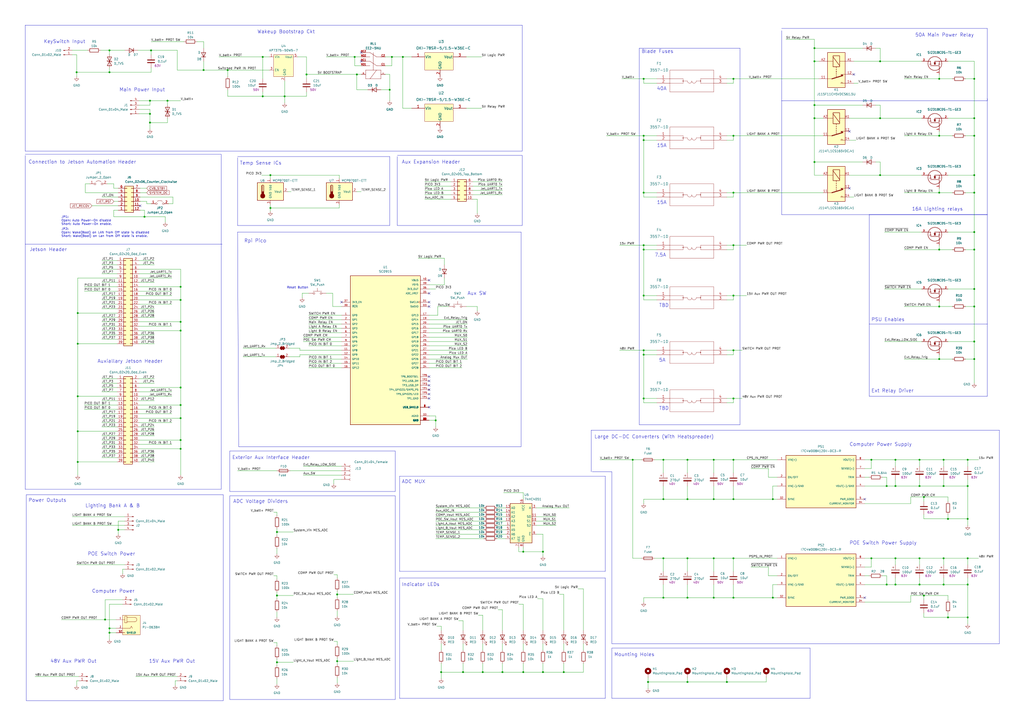
<source format=kicad_sch>
(kicad_sch (version 20230121) (generator eeschema)
  (paper "A2")
  (title_block (title "System Management Board") (date "2023-02-21") (rev "V0.1") (company "Precesion Sustainable Agriculture") (comment 1 "Mark Funderburk"))
  (lib_symbols
    (symbol "74xx:74HC4051"
      (property "Reference" "U" (at -5.08 11.43 0))
      (property "Value" "74HC4051" (at -7.62 -13.97 0))
      (symbol "74HC4051_1_1"
        (pin passive line (at 10.16 -2.54 180) (length 2.54) (name "A4") (number "1"))
        (pin input line (at -7.62 0 0) (length 2.54) (name "S1") (number "10"))
        (pin input line (at -7.62 2.54 0) (length 2.54) (name "S0") (number "11"))
        (pin passive line (at 10.16 0 180) (length 2.54) (name "A3") (number "12"))
        (pin passive line (at 10.16 7.62 180) (length 2.54) (name "A0") (number "13"))
        (pin passive line (at 10.16 5.08 180) (length 2.54) (name "A1") (number "14"))
        (pin passive line (at 10.16 2.54 180) (length 2.54) (name "A2") (number "15"))
        (pin power_in line (at 0 12.7 270) (length 2.54) (name "VCC") (number "16"))
        (pin passive line (at 10.16 -7.62 180) (length 2.54) (name "A6") (number "2"))
        (pin passive line (at -7.62 7.62 0) (length 2.54) (name "A") (number "3"))
        (pin passive line (at 10.16 -10.16 180) (length 2.54) (name "A7") (number "4"))
        (pin passive line (at 10.16 -5.08 180) (length 2.54) (name "A5") (number "5"))
        (pin input line (at -7.62 -7.62 0) (length 2.54) (name "~{E}") (number "6"))
        (pin power_in line (at 2.54 -15.24 90) (length 2.54) (name "VEE") (number "7"))
        (pin power_in line (at 0 -15.24 90) (length 2.54) (name "GND") (number "8"))
        (pin input line (at -7.62 -2.54 0) (length 2.54) (name "S2") (number "9"))
      )
    )
    (symbol "Connector:Conn_01x02_Male" (pin_names (offset 1.016) hide)
      (property "Reference" "J" (at 0 2.54 0))
      (property "Value" "Conn_01x02_Male" (at 0 -5.08 0))
      (symbol "Conn_01x02_Male_1_1"
        (pin passive line (at 5.08 0 180) (length 3.81) (name "Pin_1") (number "1"))
        (pin passive line (at 5.08 -2.54 180) (length 3.81) (name "Pin_2") (number "2"))
      )
    )
    (symbol "Connector:Conn_01x04_Female" (pin_names (offset 1.016) hide)
      (property "Reference" "J" (at 0 5.08 0))
      (property "Value" "Conn_01x04_Female" (at 0 -7.62 0))
      (symbol "Conn_01x04_Female_1_1"
        (pin passive line (at -5.08 2.54 0) (length 3.81) (name "Pin_1") (number "1"))
        (pin passive line (at -5.08 0 0) (length 3.81) (name "Pin_2") (number "2"))
        (pin passive line (at -5.08 -2.54 0) (length 3.81) (name "Pin_3") (number "3"))
        (pin passive line (at -5.08 -5.08 0) (length 3.81) (name "Pin_4") (number "4"))
      )
    )
    (symbol "Connector:Conn_01x04_Male" (pin_names (offset 1.016) hide)
      (property "Reference" "J" (at 0 5.08 0))
      (property "Value" "Conn_01x04_Male" (at 0 -7.62 0))
      (symbol "Conn_01x04_Male_1_1"
        (pin passive line (at 5.08 2.54 180) (length 3.81) (name "Pin_1") (number "1"))
        (pin passive line (at 5.08 0 180) (length 3.81) (name "Pin_2") (number "2"))
        (pin passive line (at 5.08 -2.54 180) (length 3.81) (name "Pin_3") (number "3"))
        (pin passive line (at 5.08 -5.08 180) (length 3.81) (name "Pin_4") (number "4"))
      )
    )
    (symbol "Connector_Generic:Conn_02x05_Top_Bottom" (pin_names (offset 1.016) hide)
      (property "Reference" "J" (at 1.27 7.62 0))
      (property "Value" "Conn_02x05_Top_Bottom" (at 1.27 -7.62 0))
      (symbol "Conn_02x05_Top_Bottom_1_1"
        (pin passive line (at -5.08 5.08 0) (length 3.81) (name "Pin_1") (number "1"))
        (pin passive line (at 7.62 -5.08 180) (length 3.81) (name "Pin_10") (number "10"))
        (pin passive line (at -5.08 2.54 0) (length 3.81) (name "Pin_2") (number "2"))
        (pin passive line (at -5.08 0 0) (length 3.81) (name "Pin_3") (number "3"))
        (pin passive line (at -5.08 -2.54 0) (length 3.81) (name "Pin_4") (number "4"))
        (pin passive line (at -5.08 -5.08 0) (length 3.81) (name "Pin_5") (number "5"))
        (pin passive line (at 7.62 5.08 180) (length 3.81) (name "Pin_6") (number "6"))
        (pin passive line (at 7.62 2.54 180) (length 3.81) (name "Pin_7") (number "7"))
        (pin passive line (at 7.62 0 180) (length 3.81) (name "Pin_8") (number "8"))
        (pin passive line (at 7.62 -2.54 180) (length 3.81) (name "Pin_9") (number "9"))
      )
    )
    (symbol "Connector_Generic:Conn_02x06_Counter_Clockwise" (pin_names (offset 1.016) hide)
      (property "Reference" "J" (at 1.27 7.62 0))
      (property "Value" "Conn_02x06_Counter_Clockwise" (at 1.27 -10.16 0))
      (symbol "Conn_02x06_Counter_Clockwise_1_1"
        (pin passive line (at -5.08 5.08 0) (length 3.81) (name "Pin_1") (number "1"))
        (pin passive line (at 7.62 0 180) (length 3.81) (name "Pin_10") (number "10"))
        (pin passive line (at 7.62 2.54 180) (length 3.81) (name "Pin_11") (number "11"))
        (pin passive line (at 7.62 5.08 180) (length 3.81) (name "Pin_12") (number "12"))
        (pin passive line (at -5.08 2.54 0) (length 3.81) (name "Pin_2") (number "2"))
        (pin passive line (at -5.08 0 0) (length 3.81) (name "Pin_3") (number "3"))
        (pin passive line (at -5.08 -2.54 0) (length 3.81) (name "Pin_4") (number "4"))
        (pin passive line (at -5.08 -5.08 0) (length 3.81) (name "Pin_5") (number "5"))
        (pin passive line (at -5.08 -7.62 0) (length 3.81) (name "Pin_6") (number "6"))
        (pin passive line (at 7.62 -7.62 180) (length 3.81) (name "Pin_7") (number "7"))
        (pin passive line (at 7.62 -5.08 180) (length 3.81) (name "Pin_8") (number "8"))
        (pin passive line (at 7.62 -2.54 180) (length 3.81) (name "Pin_9") (number "9"))
      )
    )
    (symbol "Connector_Generic:Conn_02x20_Odd_Even" (pin_names (offset 1.016) hide)
      (property "Reference" "J" (at 1.27 25.4 0))
      (property "Value" "Conn_02x20_Odd_Even" (at 1.27 -27.94 0))
      (symbol "Conn_02x20_Odd_Even_1_1"
        (pin passive line (at -5.08 22.86 0) (length 3.81) (name "Pin_1") (number "1"))
        (pin passive line (at 7.62 12.7 180) (length 3.81) (name "Pin_10") (number "10"))
        (pin passive line (at -5.08 10.16 0) (length 3.81) (name "Pin_11") (number "11"))
        (pin passive line (at 7.62 10.16 180) (length 3.81) (name "Pin_12") (number "12"))
        (pin passive line (at -5.08 7.62 0) (length 3.81) (name "Pin_13") (number "13"))
        (pin passive line (at 7.62 7.62 180) (length 3.81) (name "Pin_14") (number "14"))
        (pin passive line (at -5.08 5.08 0) (length 3.81) (name "Pin_15") (number "15"))
        (pin passive line (at 7.62 5.08 180) (length 3.81) (name "Pin_16") (number "16"))
        (pin passive line (at -5.08 2.54 0) (length 3.81) (name "Pin_17") (number "17"))
        (pin passive line (at 7.62 2.54 180) (length 3.81) (name "Pin_18") (number "18"))
        (pin passive line (at -5.08 0 0) (length 3.81) (name "Pin_19") (number "19"))
        (pin passive line (at 7.62 22.86 180) (length 3.81) (name "Pin_2") (number "2"))
        (pin passive line (at 7.62 0 180) (length 3.81) (name "Pin_20") (number "20"))
        (pin passive line (at -5.08 -2.54 0) (length 3.81) (name "Pin_21") (number "21"))
        (pin passive line (at 7.62 -2.54 180) (length 3.81) (name "Pin_22") (number "22"))
        (pin passive line (at -5.08 -5.08 0) (length 3.81) (name "Pin_23") (number "23"))
        (pin passive line (at 7.62 -5.08 180) (length 3.81) (name "Pin_24") (number "24"))
        (pin passive line (at -5.08 -7.62 0) (length 3.81) (name "Pin_25") (number "25"))
        (pin passive line (at 7.62 -7.62 180) (length 3.81) (name "Pin_26") (number "26"))
        (pin passive line (at -5.08 -10.16 0) (length 3.81) (name "Pin_27") (number "27"))
        (pin passive line (at 7.62 -10.16 180) (length 3.81) (name "Pin_28") (number "28"))
        (pin passive line (at -5.08 -12.7 0) (length 3.81) (name "Pin_29") (number "29"))
        (pin passive line (at -5.08 20.32 0) (length 3.81) (name "Pin_3") (number "3"))
        (pin passive line (at 7.62 -12.7 180) (length 3.81) (name "Pin_30") (number "30"))
        (pin passive line (at -5.08 -15.24 0) (length 3.81) (name "Pin_31") (number "31"))
        (pin passive line (at 7.62 -15.24 180) (length 3.81) (name "Pin_32") (number "32"))
        (pin passive line (at -5.08 -17.78 0) (length 3.81) (name "Pin_33") (number "33"))
        (pin passive line (at 7.62 -17.78 180) (length 3.81) (name "Pin_34") (number "34"))
        (pin passive line (at -5.08 -20.32 0) (length 3.81) (name "Pin_35") (number "35"))
        (pin passive line (at 7.62 -20.32 180) (length 3.81) (name "Pin_36") (number "36"))
        (pin passive line (at -5.08 -22.86 0) (length 3.81) (name "Pin_37") (number "37"))
        (pin passive line (at 7.62 -22.86 180) (length 3.81) (name "Pin_38") (number "38"))
        (pin passive line (at -5.08 -25.4 0) (length 3.81) (name "Pin_39") (number "39"))
        (pin passive line (at 7.62 20.32 180) (length 3.81) (name "Pin_4") (number "4"))
        (pin passive line (at 7.62 -25.4 180) (length 3.81) (name "Pin_40") (number "40"))
        (pin passive line (at -5.08 17.78 0) (length 3.81) (name "Pin_5") (number "5"))
        (pin passive line (at 7.62 17.78 180) (length 3.81) (name "Pin_6") (number "6"))
        (pin passive line (at -5.08 15.24 0) (length 3.81) (name "Pin_7") (number "7"))
        (pin passive line (at 7.62 15.24 180) (length 3.81) (name "Pin_8") (number "8"))
        (pin passive line (at -5.08 12.7 0) (length 3.81) (name "Pin_9") (number "9"))
      )
    )
    (symbol "Device:C" (pin_numbers hide) (pin_names (offset 0.254))
      (property "Reference" "C" (at 0.635 2.54 0))
      (property "Value" "C" (at 0.635 -2.54 0))
      (symbol "C_1_1"
        (pin passive line (at 0 3.81 270) (length 2.794) (name "~") (number "1"))
        (pin passive line (at 0 -3.81 90) (length 2.794) (name "~") (number "2"))
      )
    )
    (symbol "Device:C_Polarized" (pin_numbers hide) (pin_names (offset 0.254))
      (property "Reference" "C" (at 0.635 2.54 0))
      (property "Value" "C_Polarized" (at 0.635 -2.54 0))
      (symbol "C_Polarized_1_1"
        (pin passive line (at 0 3.81 270) (length 2.794) (name "~") (number "1"))
        (pin passive line (at 0 -3.81 90) (length 2.794) (name "~") (number "2"))
      )
    )
    (symbol "Device:D" (pin_numbers hide) (pin_names (offset 1.016) hide)
      (property "Reference" "D" (at 0 2.54 0))
      (property "Value" "D" (at 0 -2.54 0))
      (symbol "D_1_1"
        (pin passive line (at -3.81 0 0) (length 2.54) (name "K") (number "1"))
        (pin passive line (at 3.81 0 180) (length 2.54) (name "A") (number "2"))
      )
    )
    (symbol "Device:D_TVS" (pin_numbers hide) (pin_names (offset 1.016) hide)
      (property "Reference" "D" (at 0 2.54 0))
      (property "Value" "D_TVS" (at 0 -2.54 0))
      (symbol "D_TVS_1_1"
        (pin passive line (at -3.81 0 0) (length 2.54) (name "A1") (number "1"))
        (pin passive line (at 3.81 0 180) (length 2.54) (name "A2") (number "2"))
      )
    )
    (symbol "Device:Fuse" (pin_numbers hide) (pin_names (offset 0))
      (property "Reference" "F" (at 2.032 0 90))
      (property "Value" "Fuse" (at -1.905 0 90))
      (symbol "Fuse_1_1"
        (pin passive line (at 0 3.81 270) (length 1.27) (name "~") (number "1"))
        (pin passive line (at 0 -3.81 90) (length 1.27) (name "~") (number "2"))
      )
    )
    (symbol "Device:LED" (pin_numbers hide) (pin_names (offset 1.016) hide)
      (property "Reference" "D" (at 0 2.54 0))
      (property "Value" "LED" (at 0 -2.54 0))
      (symbol "LED_1_1"
        (pin passive line (at -3.81 0 0) (length 2.54) (name "K") (number "1"))
        (pin passive line (at 3.81 0 180) (length 2.54) (name "A") (number "2"))
      )
    )
    (symbol "Device:R" (pin_numbers hide) (pin_names (offset 0))
      (property "Reference" "R" (at 2.032 0 90))
      (property "Value" "R" (at 0 0 90))
      (symbol "R_1_1"
        (pin passive line (at 0 3.81 270) (length 1.27) (name "~") (number "1"))
        (pin passive line (at 0 -3.81 90) (length 1.27) (name "~") (number "2"))
      )
    )
    (symbol "GND_10" (power) (pin_names (offset 0))
      (property "Value" "GND_10" (at 0 -3.81 0))
      (symbol "GND_10_1_1"
        (pin power_in line (at 0 0 270) (length 0) hide (name "GND") (number "1"))
      )
    )
    (symbol "GND_11" (power) (pin_names (offset 0))
      (property "Value" "GND_11" (at 0 -3.81 0))
      (symbol "GND_11_1_1"
        (pin power_in line (at 0 0 270) (length 0) hide (name "GND") (number "1"))
      )
    )
    (symbol "GND_12" (power) (pin_names (offset 0))
      (property "Value" "GND_12" (at 0 -3.81 0))
      (symbol "GND_12_1_1"
        (pin power_in line (at 0 0 270) (length 0) hide (name "GND") (number "1"))
      )
    )
    (symbol "GND_13" (power) (pin_names (offset 0))
      (property "Value" "GND_13" (at 0 -3.81 0))
      (symbol "GND_13_1_1"
        (pin power_in line (at 0 0 270) (length 0) hide (name "GND") (number "1"))
      )
    )
    (symbol "GND_14" (power) (pin_names (offset 0))
      (property "Value" "GND_14" (at 0 -3.81 0))
      (symbol "GND_14_1_1"
        (pin power_in line (at 0 0 270) (length 0) hide (name "GND") (number "1"))
      )
    )
    (symbol "GND_15" (power) (pin_names (offset 0))
      (property "Value" "GND_15" (at 0 -3.81 0))
      (symbol "GND_15_1_1"
        (pin power_in line (at 0 0 270) (length 0) hide (name "GND") (number "1"))
      )
    )
    (symbol "GND_16" (power) (pin_names (offset 0))
      (property "Value" "GND_16" (at 0 -3.81 0))
      (symbol "GND_16_1_1"
        (pin power_in line (at 0 0 270) (length 0) hide (name "GND") (number "1"))
      )
    )
    (symbol "GND_17" (power) (pin_names (offset 0))
      (property "Value" "GND_17" (at 0 -3.81 0))
      (symbol "GND_17_1_1"
        (pin power_in line (at 0 0 270) (length 0) hide (name "GND") (number "1"))
      )
    )
    (symbol "GND_18" (power) (pin_names (offset 0))
      (property "Value" "GND_18" (at 0 -3.81 0))
      (symbol "GND_18_1_1"
        (pin power_in line (at 0 0 270) (length 0) hide (name "GND") (number "1"))
      )
    )
    (symbol "GND_19" (power) (pin_names (offset 0))
      (property "Value" "GND_19" (at 0 -3.81 0))
      (symbol "GND_19_1_1"
        (pin power_in line (at 0 0 270) (length 0) hide (name "GND") (number "1"))
      )
    )
    (symbol "GND_2" (power) (pin_names (offset 0))
      (property "Value" "GND_2" (at 0 -3.81 0))
      (symbol "GND_2_1_1"
        (pin power_in line (at 0 0 270) (length 0) hide (name "GND") (number "1"))
      )
    )
    (symbol "GND_5" (power) (pin_names (offset 0))
      (property "Value" "GND_5" (at 0 -3.81 0))
      (symbol "GND_5_1_1"
        (pin power_in line (at 0 0 270) (length 0) hide (name "GND") (number "1"))
      )
    )
    (symbol "GND_6" (power) (pin_names (offset 0))
      (property "Value" "GND_6" (at 0 -3.81 0))
      (symbol "GND_6_1_1"
        (pin power_in line (at 0 0 270) (length 0) hide (name "GND") (number "1"))
      )
    )
    (symbol "GND_8" (power) (pin_names (offset 0))
      (property "Value" "GND_8" (at 0 -3.81 0))
      (symbol "GND_8_1_1"
        (pin power_in line (at 0 0 270) (length 0) hide (name "GND") (number "1"))
      )
    )
    (symbol "GND_9" (power) (pin_names (offset 0))
      (property "Value" "GND_9" (at 0 -3.81 0))
      (symbol "GND_9_1_1"
        (pin power_in line (at 0 0 270) (length 0) hide (name "GND") (number "1"))
      )
    )
    (symbol "Jumper:Jumper_2_Open" (pin_names (offset 0) hide)
      (property "Reference" "JP" (at 0 2.794 0))
      (property "Value" "Jumper_2_Open" (at 0 -2.286 0))
      (symbol "Jumper_2_Open_1_1"
        (pin passive line (at -5.08 0 0) (length 2.54) (name "A") (number "1"))
        (pin passive line (at 5.08 0 180) (length 2.54) (name "B") (number "2"))
      )
    )
    (symbol "Jumper:SolderJumper_2_Bridged" (pin_names (offset 0) hide)
      (property "Reference" "JP" (at 0 2.032 0))
      (property "Value" "SolderJumper_2_Bridged" (at 0 -2.54 0))
      (symbol "SolderJumper_2_Bridged_1_1"
        (pin passive line (at -3.81 0 0) (length 2.54) (name "A") (number "1"))
        (pin passive line (at 3.81 0 180) (length 2.54) (name "B") (number "2"))
      )
    )
    (symbol "Mechanical:MountingHole_Pad" (pin_numbers hide) (pin_names (offset 1.016) hide)
      (property "Reference" "H" (at 0 6.35 0))
      (property "Value" "MountingHole_Pad" (at 0 4.445 0))
      (symbol "MountingHole_Pad_1_1"
        (pin input line (at 0 -2.54 90) (length 2.54) (name "1") (number "1"))
      )
    )
    (symbol "OKI-78SR-5{brace}slash}1.5-W36E-C_1" (pin_names (offset 0.254))
      (property "Reference" "U" (at 48.26 7.62 0))
      (property "Value" "OKI-78SR-5{brace}slash}1.5-W36E-C_1" (at 48.26 5.08 0))
      (symbol "OKI-78SR-5{brace}slash}1.5-W36E-C_1_1_1"
        (pin input line (at 31.75 0 0) (length 7.62) (name "Vin") (number "1"))
        (pin power_in line (at 48.26 -11.43 90) (length 4) (name "GND") (number "2"))
        (pin output line (at 63.5 0 180) (length 7.62) (name "Vout") (number "3"))
      )
    )
    (symbol "Relay:RAYEX-L90S"
      (property "Reference" "K" (at 11.43 3.81 0))
      (property "Value" "RAYEX-L90S" (at 11.43 1.27 0))
      (symbol "RAYEX-L90S_1_1"
        (pin passive line (at 5.08 -10.16 90) (length 5.08) (name "~") (number "11"))
        (pin passive line (at 2.54 10.16 270) (length 5.08) (name "~") (number "12"))
        (pin passive line (at 7.62 10.16 270) (length 5.08) (name "~") (number "14"))
        (pin passive line (at -5.08 10.16 270) (length 5.08) (name "~") (number "A1"))
        (pin passive line (at -5.08 -10.16 90) (length 5.08) (name "~") (number "A2"))
      )
    )
    (symbol "SMB:3557-10" (pin_names (offset 0.254) hide)
      (property "Reference" "F" (at 20.32 10.16 0))
      (property "Value" "3557-10" (at 20.32 7.62 0))
      (symbol "3557-10_1_1"
        (pin unspecified line (at 0 0 0) (length 7.62) (name "1") (number "1"))
        (pin unspecified line (at 0 -2.54 0) (length 7.62) (name "2") (number "2"))
        (pin unspecified line (at 40.64 -2.54 180) (length 7.62) (name "3") (number "3"))
        (pin unspecified line (at 40.64 0 180) (length 7.62) (name "4") (number "4"))
      )
    )
    (symbol "SMB:AP7375-50W5-7"
      (property "Reference" "U" (at 0 10.16 0))
      (property "Value" "AP7375-50W5-7" (at 0 7.62 0))
      (symbol "AP7375-50W5-7_1_1"
        (pin input line (at -7.62 3.81 0) (length 2.54) (name "Vin") (number "1"))
        (pin passive line (at 1.27 -10.16 90) (length 2.54) (name "GND") (number "2"))
        (pin input line (at -7.62 -3.81 0) (length 2.54) (name "EN") (number "3"))
        (pin output line (at 8.89 3.81 180) (length 2.54) (name "Vout") (number "5"))
      )
    )
    (symbol "SMB:EE2-5NU" (pin_names (offset 1.016))
      (property "Reference" "RL" (at 1.905 8.89 0))
      (property "Value" "EE2-5NU" (at 1.905 -8.89 0))
      (symbol "EE2-5NU_0_0"
        (pin bidirectional line (at 8.89 -5.08 180) (length 2.54) (name "~") (number "+"))
        (pin bidirectional line (at -5.08 -5.08 0) (length 2.54) (name "~") (number "-"))
        (pin bidirectional line (at -5.08 0 0) (length 2.54) (name "~") (number "C1"))
        (pin bidirectional line (at -5.08 5.08 0) (length 2.54) (name "~") (number "C2"))
        (pin bidirectional line (at 8.89 2.54 180) (length 2.54) (name "~") (number "NC1"))
        (pin bidirectional line (at 8.89 7.62 180) (length 2.54) (name "~") (number "NC2"))
        (pin bidirectional line (at 8.89 0 180) (length 2.54) (name "~") (number "NO1"))
        (pin bidirectional line (at 8.89 5.08 180) (length 2.54) (name "~") (number "NO2"))
      )
    )
    (symbol "SMB:I7C4W008A120V-0C3-R" (pin_names (offset 1.016))
      (property "Reference" "PS" (at -20.32 16.002 0))
      (property "Value" "I7C4W008A120V-0C3-R" (at -20.32 -17.78 0))
      (symbol "I7C4W008A120V-0C3-R_0_0"
        (pin input line (at -25.4 12.7 0) (length 5.08) (name "VIN(+)") (number "1"))
        (pin input line (at -25.4 2.54 0) (length 5.08) (name "ON/OFF") (number "2"))
        (pin passive line (at -25.4 -2.54 0) (length 5.08) (name "VIN(-)/GND") (number "3"))
        (pin passive line (at -25.4 -10.16 0) (length 5.08) (name "SYNC") (number "32"))
        (pin passive line (at 25.4 -12.7 180) (length 5.08) (name "CURRENT_MONITOR") (number "34"))
        (pin passive line (at 25.4 -2.54 180) (length 5.08) (name "VOUT(-)/GND") (number "4"))
        (pin passive line (at 25.4 -10.16 180) (length 5.08) (name "PWR_GOOD") (number "5"))
        (pin passive line (at 25.4 2.54 180) (length 5.08) (name "TRIM") (number "6"))
        (pin passive line (at 25.4 7.62 180) (length 5.08) (name "SENSE(+)") (number "7"))
        (pin output line (at 25.4 12.7 180) (length 5.08) (name "VOUT(+)") (number "8"))
      )
    )
    (symbol "SMB:J114FL1CS165VDC.41"
      (property "Reference" "K" (at 11.43 3.81 0))
      (property "Value" "J114FL1CS165VDC.41" (at 11.43 1.27 0))
      (symbol "J114FL1CS165VDC.41_1_1"
        (pin passive line (at 5.08 -7.62 90) (length 2.54) (name "~") (number "11"))
        (pin passive line (at 2.54 7.62 270) (length 2.54) (name "~") (number "12"))
        (pin passive line (at 7.62 7.62 270) (length 2.54) (name "~") (number "14"))
        (pin passive line (at -5.08 7.62 270) (length 2.54) (name "~") (number "A1"))
        (pin passive line (at -5.08 -7.62 90) (length 2.54) (name "~") (number "A2"))
      )
    )
    (symbol "SMB:OKI-78SR-5{brace}slash}1.5-W36E-C" (pin_names (offset 0.254))
      (property "Reference" "U" (at 48.26 7.62 0))
      (property "Value" "OKI-78SR-5{brace}slash}1.5-W36E-C" (at 48.26 5.08 0))
      (symbol "OKI-78SR-5{brace}slash}1.5-W36E-C_1_1"
        (pin input line (at 31.75 0 0) (length 7.62) (name "Vin") (number "1"))
        (pin power_in line (at 48.26 -11.43 90) (length 4) (name "GND") (number "2"))
        (pin output line (at 63.5 0 180) (length 7.62) (name "Vout") (number "3"))
      )
    )
    (symbol "SMB:PJ-063BH" (pin_names (offset 1.016))
      (property "Reference" "J" (at -7.6343 5.0895 0))
      (property "Value" "PJ-063BH" (at -7.6326 -10.1768 0))
      (symbol "PJ-063BH_0_0"
        (pin passive line (at 5.08 2.54 180) (length 5.08) (name "~") (number "1"))
        (pin passive line (at 5.08 -2.54 180) (length 5.08) (name "~") (number "2"))
        (pin power_in line (at 5.08 -5.08 180) (length 5.08) (name "SHIELD") (number "S1"))
        (pin power_in line (at 5.08 -5.08 180) (length 5.08) (name "SHIELD") (number "S2"))
      )
    )
    (symbol "SMB:SC0915" (pin_names (offset 1.016))
      (property "Reference" "U" (at -20.32 44.069 0))
      (property "Value" "SC0915" (at -20.32 -45.72 0))
      (symbol "SC0915_0_0"
        (pin bidirectional line (at -25.4 20.32 0) (length 5.08) (name "GP0") (number "1"))
        (pin bidirectional line (at -25.4 2.54 0) (length 5.08) (name "GP7") (number "10"))
        (pin bidirectional line (at -25.4 0 0) (length 5.08) (name "GP8") (number "11"))
        (pin bidirectional line (at -25.4 -2.54 0) (length 5.08) (name "GP9") (number "12"))
        (pin power_in line (at 25.4 -40.64 180) (length 5.08) (name "GND") (number "13"))
        (pin bidirectional line (at -25.4 -5.08 0) (length 5.08) (name "GP10") (number "14"))
        (pin bidirectional line (at -25.4 -7.62 0) (length 5.08) (name "GP11") (number "15"))
        (pin bidirectional line (at -25.4 -10.16 0) (length 5.08) (name "GP12") (number "16"))
        (pin bidirectional line (at 25.4 20.32 180) (length 5.08) (name "GP13") (number "17"))
        (pin power_in line (at 25.4 -40.64 180) (length 5.08) (name "GND") (number "18"))
        (pin bidirectional line (at 25.4 17.78 180) (length 5.08) (name "GP14") (number "19"))
        (pin bidirectional line (at -25.4 17.78 0) (length 5.08) (name "GP1") (number "2"))
        (pin bidirectional line (at 25.4 15.24 180) (length 5.08) (name "GP15") (number "20"))
        (pin bidirectional line (at 25.4 12.7 180) (length 5.08) (name "GP16") (number "21"))
        (pin bidirectional line (at 25.4 10.16 180) (length 5.08) (name "GP17") (number "22"))
        (pin power_in line (at 25.4 -40.64 180) (length 5.08) (name "GND") (number "23"))
        (pin bidirectional line (at 25.4 7.62 180) (length 5.08) (name "GP18") (number "24"))
        (pin bidirectional line (at 25.4 5.08 180) (length 5.08) (name "GP19") (number "25"))
        (pin bidirectional line (at 25.4 2.54 180) (length 5.08) (name "GP20") (number "26"))
        (pin bidirectional line (at 25.4 0 180) (length 5.08) (name "GP21") (number "27"))
        (pin power_in line (at 25.4 -40.64 180) (length 5.08) (name "GND") (number "28"))
        (pin bidirectional line (at 25.4 -2.54 180) (length 5.08) (name "GP22") (number "29"))
        (pin power_in line (at 25.4 -40.64 180) (length 5.08) (name "GND") (number "3"))
        (pin input line (at -25.4 25.4 0) (length 5.08) (name "~{RUN}") (number "30"))
        (pin bidirectional line (at 25.4 -5.08 180) (length 5.08) (name "GP26") (number "31"))
        (pin bidirectional line (at 25.4 -7.62 180) (length 5.08) (name "GP27") (number "32"))
        (pin power_in line (at 25.4 -38.1 180) (length 5.08) (name "AGND") (number "33"))
        (pin bidirectional line (at 25.4 -10.16 180) (length 5.08) (name "GP28") (number "34"))
        (pin power_in line (at 25.4 33.02 180) (length 5.08) (name "ADC_VREF") (number "35"))
        (pin power_in line (at 25.4 35.56 180) (length 5.08) (name "3V3_OUT") (number "36"))
        (pin input line (at -25.4 27.94 0) (length 5.08) (name "3V3_EN") (number "37"))
        (pin power_in line (at 25.4 -40.64 180) (length 5.08) (name "GND") (number "38"))
        (pin power_in line (at 25.4 38.1 180) (length 5.08) (name "VSYS") (number "39"))
        (pin bidirectional line (at -25.4 15.24 0) (length 5.08) (name "GP2") (number "4"))
        (pin power_in line (at 25.4 40.64 180) (length 5.08) (name "VBUS") (number "40"))
        (pin bidirectional line (at -25.4 12.7 0) (length 5.08) (name "GP3") (number "5"))
        (pin bidirectional line (at -25.4 10.16 0) (length 5.08) (name "GP4") (number "6"))
        (pin bidirectional line (at -25.4 7.62 0) (length 5.08) (name "GP5") (number "7"))
        (pin power_in line (at 25.4 -40.64 180) (length 5.08) (name "GND") (number "8"))
        (pin bidirectional line (at -25.4 5.08 0) (length 5.08) (name "GP6") (number "9"))
        (pin power_in line (at 25.4 -33.02 180) (length 5.08) (name "USB_SHIELD") (number "A"))
        (pin power_in line (at 25.4 -33.02 180) (length 5.08) (name "USB_SHIELD") (number "B"))
        (pin power_in line (at 25.4 -33.02 180) (length 5.08) (name "USB_SHIELD") (number "C"))
        (pin power_in line (at 25.4 -33.02 180) (length 5.08) (name "USB_SHIELD") (number "D"))
        (pin input clock (at 25.4 27.94 180) (length 5.08) (name "SWCLK") (number "D1"))
        (pin power_in line (at 25.4 -40.64 180) (length 5.08) (name "GND") (number "D2"))
        (pin bidirectional line (at 25.4 25.4 180) (length 5.08) (name "SWDIO") (number "D3"))
        (pin power_in line (at 25.4 -27.94 180) (length 5.08) (name "TP1_GND") (number "TP1"))
        (pin bidirectional line (at 25.4 -17.78 180) (length 5.08) (name "TP2_USB_DM") (number "TP2"))
        (pin bidirectional line (at 25.4 -20.32 180) (length 5.08) (name "TP3_USB_DP") (number "TP3"))
        (pin no_connect line (at 25.4 -22.86 180) (length 5.08) (name "TP4_GPIO23/SMPS_PS") (number "TP4"))
        (pin output line (at 25.4 -25.4 180) (length 5.08) (name "TP5_GPIO25/LED") (number "TP5"))
        (pin input line (at 25.4 -15.24 180) (length 5.08) (name "TP6_BOOTSEL") (number "TP6"))
      )
    )
    (symbol "SMB:SI2318CDS-T1-GE3" (pin_names (offset 1.016))
      (property "Reference" "U" (at 11.43 3.81 0))
      (property "Value" "SI2318CDS-T1-GE3" (at 11.43 1.27 0))
      (symbol "SI2318CDS-T1-GE3_0_0"
        (pin input line (at 0 0 0) (length 2.54) (name "~") (number "1"))
        (pin input line (at 7.62 -5.08 90) (length 2.54) (name "~") (number "2"))
        (pin output line (at 7.62 10.16 270) (length 2.54) (name "~") (number "3"))
      )
    )
    (symbol "SMB:SW_Push_4_PIN" (pin_numbers hide) (pin_names (offset 1.016) hide)
      (property "Reference" "SW" (at 1.27 2.54 0))
      (property "Value" "SW_Push_4_PIN" (at 0 -1.524 0))
      (symbol "SW_Push_4_PIN_0_1"
        (pin passive line (at -5.08 0 0) (length 2.54) (name "1") (number "1"))
        (pin passive line (at 5.08 0 180) (length 2.54) (name "2") (number "2"))
      )
    )
    (symbol "SW_Push_4_PIN_1" (pin_numbers hide) (pin_names (offset 1.016) hide)
      (property "Reference" "SW" (at 1.27 2.54 0))
      (property "Value" "SW_Push_4_PIN_1" (at 0 -1.524 0))
      (symbol "SW_Push_4_PIN_1_0_1"
        (pin passive line (at -5.08 0 0) (length 2.54) (name "1") (number "1"))
        (pin passive line (at 5.08 0 180) (length 2.54) (name "2") (number "2"))
      )
    )
    (symbol "Sensor_Temperature:MCP9700T-ETT" (pin_names (offset 1.016))
      (property "Reference" "U" (at -6.35 6.35 0))
      (property "Value" "MCP9700T-ETT" (at 1.27 6.35 0))
      (symbol "MCP9700T-ETT_1_1"
        (pin power_in line (at 0 7.62 270) (length 2.54) (name "Vdd") (number "1"))
        (pin output line (at 10.16 0 180) (length 2.54) (name "Vout") (number "2"))
        (pin power_in line (at 0 -7.62 90) (length 2.54) (name "GND") (number "3"))
      )
    )
    (symbol "power:GND" (power) (pin_names (offset 0))
      (property "Value" "GND" (at 0 -3.81 0))
      (symbol "GND_1_1"
        (pin power_in line (at 0 0 270) (length 0) hide (name "GND") (number "1"))
      )
    )
  )
  (junction (at 373.38 45.72))
  (junction (at 63.5 367.03))
  (junction (at 398.78 266.7))
  (junction (at 519.43 281.94))
  (junction (at 425.45 231.14))
  (junction (at 280.035 389.89))
  (junction (at 104.775 242.57))
  (junction (at 535.94 345.44))
  (junction (at 303.53 320.04))
  (junction (at 384.81 289.56))
  (junction (at 373.38 111.76))
  (junction (at 561.34 339.09))
  (junction (at 63.5 41.91))
  (junction (at 255.905 389.89))
  (junction (at 86.995 66.04))
  (junction (at 207.01 43.18))
  (junction (at 118.11 40.64))
  (junction (at 367.03 266.7))
  (junction (at 519.43 266.7))
  (junction (at 533.4 281.94))
  (junction (at 565.15 198.12))
  (junction (at 398.78 323.85))
  (junction (at 565.15 45.72))
  (junction (at 510.54 35.56))
  (junction (at 547.37 266.7))
  (junction (at 86.995 71.12))
  (junction (at 398.78 289.56))
  (junction (at 63.5 364.49))
  (junction (at 565.15 144.78))
  (junction (at 104.775 255.27))
  (junction (at 384.81 346.71))
  (junction (at 565.15 208.28))
  (junction (at 373.38 78.74))
  (junction (at 425.45 266.7))
  (junction (at 561.34 323.85))
  (junction (at 373.38 142.24))
  (junction (at 472.44 60.96))
  (junction (at 398.78 346.71))
  (junction (at 519.43 323.85))
  (junction (at 104.775 260.35))
  (junction (at 425.45 346.71))
  (junction (at 533.4 266.7))
  (junction (at 86.995 58.42))
  (junction (at 448.31 346.71))
  (junction (at 421.64 395.605))
  (junction (at 104.775 234.95))
  (junction (at 104.775 224.79))
  (junction (at 156.845 101.6))
  (junction (at 565.15 101.6))
  (junction (at 384.81 323.85))
  (junction (at 510.54 68.58))
  (junction (at 565.15 167.64))
  (junction (at 425.45 323.85))
  (junction (at 425.45 142.24))
  (junction (at 291.465 389.89))
  (junction (at 373.38 231.14))
  (junction (at 314.96 389.89))
  (junction (at 252.73 243.84))
  (junction (at 425.45 78.74))
  (junction (at 565.15 78.74))
  (junction (at 195.58 383.54))
  (junction (at 373.38 144.78))
  (junction (at 414.02 346.71))
  (junction (at 327.025 389.89))
  (junction (at 97.155 58.42))
  (junction (at 544.83 144.78))
  (junction (at 561.34 300.99))
  (junction (at 314.96 320.04))
  (junction (at 160.655 345.44))
  (junction (at 510.54 101.6))
  (junction (at 63.5 29.21))
  (junction (at 425.45 171.45))
  (junction (at 561.34 281.94))
  (junction (at 425.45 289.56))
  (junction (at 547.37 339.09))
  (junction (at 505.46 323.85))
  (junction (at 45.085 181.61))
  (junction (at 565.15 177.8))
  (junction (at 205.74 33.02))
  (junction (at 398.78 395.605))
  (junction (at 544.83 45.72))
  (junction (at 544.83 208.28))
  (junction (at 132.08 40.64))
  (junction (at 226.06 52.07))
  (junction (at 547.37 323.85))
  (junction (at 565.15 134.62))
  (junction (at 414.02 289.56))
  (junction (at 547.37 281.94))
  (junction (at 268.605 389.89))
  (junction (at 233.68 33.02))
  (junction (at 472.44 93.98))
  (junction (at 87.63 29.21))
  (junction (at 160.655 384.175))
  (junction (at 45.085 199.39))
  (junction (at 514.35 281.94))
  (junction (at 514.35 339.09))
  (junction (at 195.58 344.805))
  (junction (at 373.38 171.45))
  (junction (at 375.92 395.605))
  (junction (at 160.655 308.61))
  (junction (at 544.83 177.8))
  (junction (at 544.83 111.76))
  (junction (at 565.15 111.76))
  (junction (at 549.91 358.14))
  (junction (at 384.81 266.7))
  (junction (at 44.45 41.91))
  (junction (at 104.775 191.77))
  (junction (at 535.94 288.29))
  (junction (at 533.4 339.09))
  (junction (at 472.44 35.56))
  (junction (at 303.53 389.89))
  (junction (at 561.34 358.14))
  (junction (at 165.1 55.88))
  (junction (at 104.775 173.99))
  (junction (at 425.45 111.76))
  (junction (at 60.96 359.41))
  (junction (at 83.82 125.73))
  (junction (at 414.02 323.85))
  (junction (at 414.02 266.7))
  (junction (at 373.38 81.28))
  (junction (at 104.775 166.37))
  (junction (at 505.46 266.7))
  (junction (at 472.44 68.58))
  (junction (at 373.38 205.74))
  (junction (at 152.4 33.02))
  (junction (at 549.91 300.99))
  (junction (at 45.085 250.19))
  (junction (at 533.4 323.85))
  (junction (at 104.775 186.69))
  (junction (at 448.31 289.56))
  (junction (at 472.44 27.94))
  (junction (at 45.085 229.87))
  (junction (at 561.34 266.7))
  (junction (at 519.43 339.09))
  (junction (at 177.8 43.18))
  (junction (at 156.845 120.65))
  (junction (at 68.58 307.34))
  (junction (at 152.4 55.88))
  (junction (at 425.45 45.72))
  (junction (at 45.085 267.97))
  (junction (at 425.45 203.2))
  (junction (at 373.38 203.2))
  (junction (at 565.15 68.58))
  (junction (at 227.33 33.02))
  (junction (at 544.83 78.74))
  (no_connect (at 492.76 76.2))
  (no_connect (at 81.28 119.38))
  (no_connect (at 501.65 346.71))
  (no_connect (at 248.92 226.06))
  (no_connect (at 248.92 170.18))
  (no_connect (at 248.92 162.56))
  (no_connect (at 248.92 177.8))
  (no_connect (at 198.12 175.26))
  (no_connect (at 248.92 231.14))
  (no_connect (at 209.55 35.56))
  (no_connect (at 248.92 228.6))
  (no_connect (at 495.3 43.18))
  (no_connect (at 248.92 223.52))
  (no_connect (at 248.92 236.22))
  (no_connect (at 248.92 175.26))
  (no_connect (at 248.92 218.44))
  (no_connect (at 209.55 30.48))
  (no_connect (at 492.76 109.22))
  (no_connect (at 501.65 289.56))
  (no_connect (at 248.92 220.98))
  (polyline (pts (xy 14.605 283.845) (xy 128.27 283.845)))
  (wire (pts (xy 495.3 35.56) (xy 510.54 35.56)))
  (wire (pts (xy 560.07 78.74) (xy 565.15 78.74)))
  (wire (pts (xy 510.54 68.58) (xy 534.67 68.58)))
  (wire (pts (xy 544.83 208.28) (xy 552.45 208.28)))
  (wire (pts (xy 160.655 308.61) (xy 170.18 308.61)))
  (wire (pts (xy 104.775 173.99) (xy 104.775 166.37)))
  (wire (pts (xy 505.46 271.78) (xy 505.46 266.7)))
  (wire (pts (xy 303.53 285.75) (xy 303.53 289.56)))
  (wire (pts (xy 519.43 339.09) (xy 533.4 339.09)))
  (polyline (pts (xy 429.26 27.94) (xy 429.26 246.38)))
  (wire (pts (xy 156.845 101.6) (xy 196.85 101.6)))
  (wire (pts (xy 425.45 81.28) (xy 425.45 78.74)))
  (wire (pts (xy 165.1 46.99) (xy 165.1 55.88)))
  (wire (pts (xy 62.23 106.68) (xy 66.04 106.68)))
  (wire (pts (xy 44.45 31.75) (xy 44.45 41.91)))
  (wire (pts (xy 179.07 213.36) (xy 198.12 213.36)))
  (wire (pts (xy 209.55 38.1) (xy 205.74 38.1)))
  (wire (pts (xy 414.02 281.94) (xy 414.02 289.56)))
  (wire (pts (xy 495.3 48.26) (xy 497.84 48.26)))
  (wire (pts (xy 535.94 358.14) (xy 549.91 358.14)))
  (wire (pts (xy 549.91 167.64) (xy 565.15 167.64)))
  (wire (pts (xy 99.695 237.49) (xy 80.645 237.49)))
  (wire (pts (xy 60.96 359.41) (xy 67.31 359.41)))
  (wire (pts (xy 533.4 335.28) (xy 533.4 339.09)))
  (wire (pts (xy 102.87 29.21) (xy 102.87 40.64)))
  (wire (pts (xy 45.085 267.97) (xy 67.945 267.97)))
  (wire (pts (xy 501.65 271.78) (xy 505.46 271.78)))
  (wire (pts (xy 87.63 24.13) (xy 106.68 24.13)))
  (wire (pts (xy 71.12 332.74) (xy 71.12 330.2)))
  (wire (pts (xy 565.15 198.12) (xy 565.15 208.28)))
  (wire (pts (xy 104.775 224.79) (xy 80.645 224.79)))
  (wire (pts (xy 398.78 346.71) (xy 414.02 346.71)))
  (wire (pts (xy 510.54 27.94) (xy 510.54 35.56)))
  (wire (pts (xy 49.53 111.76) (xy 49.53 106.68)))
  (wire (pts (xy 59.055 240.03) (xy 67.945 240.03)))
  (polyline (pts (xy 302.26 134.62) (xy 137.795 134.62)))
  (wire (pts (xy 248.92 198.12) (xy 271.145 198.12)))
  (wire (pts (xy 195.58 381.635) (xy 195.58 383.54)))
  (wire (pts (xy 533.4 266.7) (xy 533.4 270.51)))
  (wire (pts (xy 177.8 33.02) (xy 177.8 43.18)))
  (wire (pts (xy 132.08 40.64) (xy 132.08 44.45)))
  (wire (pts (xy 118.11 35.56) (xy 118.11 40.64)))
  (wire (pts (xy 280.035 384.81) (xy 280.035 389.89)))
  (wire (pts (xy 560.07 208.28) (xy 565.15 208.28)))
  (wire (pts (xy 373.38 205.74) (xy 373.38 203.2)))
  (wire (pts (xy 195.58 383.54) (xy 195.58 385.445)))
  (wire (pts (xy 565.15 134.62) (xy 565.15 144.78)))
  (wire (pts (xy 270.51 33.02) (xy 279.4 33.02)))
  (wire (pts (xy 179.07 210.82) (xy 198.12 210.82)))
  (wire (pts (xy 425.45 231.14) (xy 425.45 233.68)))
  (wire (pts (xy 80.645 219.71) (xy 89.535 219.71)))
  (wire (pts (xy 68.58 111.76) (xy 49.53 111.76)))
  (polyline (pts (xy 354.965 375.92) (xy 469.9 375.92)))
  (wire (pts (xy 195.58 383.54) (xy 205.105 383.54)))
  (wire (pts (xy 425.45 281.94) (xy 425.45 289.56)))
  (wire (pts (xy 59.055 158.75) (xy 67.945 158.75)))
  (wire (pts (xy 544.83 205.74) (xy 544.83 208.28)))
  (wire (pts (xy 514.35 276.86) (xy 514.35 281.94)))
  (wire (pts (xy 270.51 177.8) (xy 276.86 177.8)))
  (polyline (pts (xy 137.795 130.81) (xy 226.06 130.81)))
  (wire (pts (xy 373.38 203.2) (xy 381 203.2)))
  (wire (pts (xy 561.34 358.14) (xy 561.34 361.95)))
  (wire (pts (xy 338.455 384.81) (xy 338.455 389.89)))
  (wire (pts (xy 104.775 166.37) (xy 80.645 166.37)))
  (wire (pts (xy 104.775 260.35) (xy 104.775 275.59)))
  (wire (pts (xy 248.92 165.1) (xy 257.81 165.1)))
  (wire (pts (xy 421.64 144.78) (xy 425.45 144.78)))
  (wire (pts (xy 510.54 60.96) (xy 508 60.96)))
  (wire (pts (xy 533.4 339.09) (xy 547.37 339.09)))
  (polyline (pts (xy 579.755 373.38) (xy 354.965 373.38)))
  (wire (pts (xy 71.12 350.52) (xy 63.5 350.52)))
  (wire (pts (xy 80.645 196.85) (xy 89.535 196.85)))
  (wire (pts (xy 85.09 118.11) (xy 85.09 116.84)))
  (wire (pts (xy 314.96 347.345) (xy 314.96 365.76)))
  (wire (pts (xy 248.92 208.28) (xy 271.145 208.28)))
  (wire (pts (xy 67.31 367.03) (xy 63.5 367.03)))
  (polyline (pts (xy 302.895 87.63) (xy 302.895 14.605)))
  (wire (pts (xy 381 144.78) (xy 373.38 144.78)))
  (wire (pts (xy 44.45 397.51) (xy 44.45 394.97)))
  (wire (pts (xy 81.28 109.22) (xy 85.09 109.22)))
  (wire (pts (xy 450.85 289.56) (xy 448.31 289.56)))
  (wire (pts (xy 179.07 190.5) (xy 198.12 190.5)))
  (wire (pts (xy 80.645 158.75) (xy 99.695 158.75)))
  (wire (pts (xy 177.8 43.18) (xy 177.8 45.72)))
  (wire (pts (xy 448.31 281.94) (xy 448.31 289.56)))
  (wire (pts (xy 311.785 347.345) (xy 314.96 347.345)))
  (wire (pts (xy 327.025 373.38) (xy 327.025 377.19)))
  (wire (pts (xy 156.845 118.745) (xy 156.845 120.65)))
  (wire (pts (xy 45.085 275.59) (xy 45.085 267.97)))
  (wire (pts (xy 160.655 308.61) (xy 160.655 310.515)))
  (wire (pts (xy 501.65 349.25) (xy 528.32 349.25)))
  (wire (pts (xy 66.04 116.84) (xy 68.58 116.84)))
  (wire (pts (xy 80.645 179.07) (xy 89.535 179.07)))
  (wire (pts (xy 398.78 395.605) (xy 421.64 395.605)))
  (wire (pts (xy 535.94 355.6) (xy 535.94 358.14)))
  (wire (pts (xy 267.97 210.82) (xy 248.92 210.82)))
  (wire (pts (xy 248.92 195.58) (xy 271.145 195.58)))
  (polyline (pts (xy 504.19 124.46) (xy 572.77 124.46)))
  (wire (pts (xy 373.38 78.74) (xy 373.38 81.28)))
  (wire (pts (xy 421.64 395.605) (xy 444.5 395.605)))
  (wire (pts (xy 104.775 255.27) (xy 80.645 255.27)))
  (wire (pts (xy 59.055 176.53) (xy 67.945 176.53)))
  (wire (pts (xy 492.76 114.3) (xy 495.3 114.3)))
  (wire (pts (xy 156.845 120.65) (xy 156.845 122.555)))
  (wire (pts (xy 549.91 198.12) (xy 565.15 198.12)))
  (wire (pts (xy 104.775 234.95) (xy 104.775 224.79)))
  (wire (pts (xy 300.99 320.04) (xy 303.53 320.04)))
  (wire (pts (xy 252.73 299.72) (xy 280.67 299.72)))
  (wire (pts (xy 160.655 384.175) (xy 160.655 386.08)))
  (wire (pts (xy 223.52 43.18) (xy 226.06 43.18)))
  (wire (pts (xy 513.08 198.12) (xy 534.67 198.12)))
  (wire (pts (xy 373.38 142.24) (xy 381 142.24)))
  (wire (pts (xy 198.12 205.74) (xy 173.99 205.74)))
  (polyline (pts (xy 342.9 249.555) (xy 579.755 249.555)))
  (wire (pts (xy 535.94 345.44) (xy 535.94 347.98)))
  (wire (pts (xy 80.645 163.83) (xy 89.535 163.83)))
  (wire (pts (xy 519.43 266.7) (xy 533.4 266.7)))
  (wire (pts (xy 444.5 393.065) (xy 444.5 395.605)))
  (wire (pts (xy 156.845 101.6) (xy 156.845 103.505)))
  (polyline (pts (xy 137.795 134.62) (xy 138.43 259.08)))
  (wire (pts (xy 248.92 167.64) (xy 252.73 167.64)))
  (wire (pts (xy 102.87 29.21) (xy 87.63 29.21)))
  (wire (pts (xy 472.44 60.96) (xy 472.44 68.58)))
  (wire (pts (xy 549.91 358.14) (xy 561.34 358.14)))
  (wire (pts (xy 255.905 393.7) (xy 255.905 389.89)))
  (wire (pts (xy 450.85 339.09) (xy 448.31 339.09)))
  (wire (pts (xy 549.91 355.6) (xy 549.91 358.14)))
  (wire (pts (xy 48.895 234.95) (xy 67.945 234.95)))
  (polyline (pts (xy 15.24 287.02) (xy 15.24 406.4)))
  (wire (pts (xy 510.54 101.6) (xy 534.67 101.6)))
  (wire (pts (xy 501.65 266.7) (xy 505.46 266.7)))
  (wire (pts (xy 132.08 40.64) (xy 156.21 40.64)))
  (wire (pts (xy 160.655 382.27) (xy 160.655 384.175)))
  (wire (pts (xy 80.645 262.89) (xy 89.535 262.89)))
  (wire (pts (xy 359.41 203.2) (xy 373.38 203.2)))
  (wire (pts (xy 97.155 71.12) (xy 86.995 71.12)))
  (wire (pts (xy 524.51 45.72) (xy 544.83 45.72)))
  (wire (pts (xy 421.64 78.74) (xy 425.45 78.74)))
  (wire (pts (xy 87.63 118.11) (xy 85.09 118.11)))
  (wire (pts (xy 549.91 35.56) (xy 565.15 35.56)))
  (wire (pts (xy 80.645 250.19) (xy 89.535 250.19)))
  (wire (pts (xy 414.02 266.7) (xy 425.45 266.7)))
  (wire (pts (xy 45.085 181.61) (xy 45.085 161.29)))
  (wire (pts (xy 172.72 33.02) (xy 177.8 33.02)))
  (wire (pts (xy 384.81 289.56) (xy 398.78 289.56)))
  (wire (pts (xy 80.645 267.97) (xy 89.535 267.97)))
  (wire (pts (xy 314.96 389.89) (xy 327.025 389.89)))
  (polyline (pts (xy 453.39 16.51) (xy 572.77 16.51)))
  (wire (pts (xy 445.77 328.93) (xy 445.77 334.01)))
  (wire (pts (xy 519.43 281.94) (xy 533.4 281.94)))
  (wire (pts (xy 44.45 44.45) (xy 44.45 41.91)))
  (polyline (pts (xy 133.35 261.62) (xy 133.35 285.115)))
  (wire (pts (xy 472.44 27.94) (xy 472.44 35.56)))
  (wire (pts (xy 288.29 294.64) (xy 293.37 294.64)))
  (wire (pts (xy 347.98 266.7) (xy 367.03 266.7)))
  (wire (pts (xy 118.11 40.64) (xy 132.08 40.64)))
  (wire (pts (xy 303.53 317.5) (xy 303.53 320.04)))
  (wire (pts (xy 560.07 45.72) (xy 565.15 45.72)))
  (wire (pts (xy 360.68 45.72) (xy 373.38 45.72)))
  (wire (pts (xy 435.61 328.93) (xy 445.77 328.93)))
  (wire (pts (xy 311.15 309.88) (xy 314.96 309.88)))
  (wire (pts (xy 59.055 255.27) (xy 67.945 255.27)))
  (wire (pts (xy 425.45 323.85) (xy 425.45 331.47)))
  (polyline (pts (xy 35.56 287.02) (xy 129.54 287.02)))
  (wire (pts (xy 425.45 171.45) (xy 425.45 173.99)))
  (wire (pts (xy 104.775 255.27) (xy 104.775 242.57)))
  (wire (pts (xy 160.655 318.135) (xy 160.655 321.31)))
  (wire (pts (xy 104.775 166.37) (xy 104.775 156.21)))
  (wire (pts (xy 173.99 205.74) (xy 173.99 207.01)))
  (wire (pts (xy 425.45 111.76) (xy 425.45 114.3)))
  (wire (pts (xy 257.81 165.1) (xy 257.81 161.29)))
  (polyline (pts (xy 572.77 124.46) (xy 572.77 57.15)))
  (wire (pts (xy 528.32 349.25) (xy 528.32 345.44)))
  (wire (pts (xy 501.65 323.85) (xy 505.46 323.85)))
  (wire (pts (xy 45.085 161.29) (xy 67.945 161.29)))
  (wire (pts (xy 513.08 134.62) (xy 534.67 134.62)))
  (wire (pts (xy 59.055 151.13) (xy 67.945 151.13)))
  (wire (pts (xy 291.465 389.89) (xy 303.53 389.89)))
  (wire (pts (xy 99.695 257.81) (xy 80.645 257.81)))
  (wire (pts (xy 252.73 297.18) (xy 280.67 297.18)))
  (wire (pts (xy 248.92 243.84) (xy 252.73 243.84)))
  (wire (pts (xy 246.38 115.57) (xy 261.62 115.57)))
  (wire (pts (xy 59.055 219.71) (xy 67.945 219.71)))
  (wire (pts (xy 68.58 307.34) (xy 68.58 309.88)))
  (wire (pts (xy 59.055 153.67) (xy 67.945 153.67)))
  (wire (pts (xy 59.055 196.85) (xy 67.945 196.85)))
  (wire (pts (xy 565.15 78.74) (xy 565.15 101.6)))
  (wire (pts (xy 274.32 113.03) (xy 291.465 113.03)))
  (wire (pts (xy 248.92 200.66) (xy 271.145 200.66)))
  (wire (pts (xy 314.96 384.81) (xy 314.96 389.89)))
  (wire (pts (xy 565.15 35.56) (xy 565.15 45.72)))
  (wire (pts (xy 421.64 142.24) (xy 425.45 142.24)))
  (wire (pts (xy 300.99 317.5) (xy 300.99 320.04)))
  (wire (pts (xy 528.32 288.29) (xy 535.94 288.29)))
  (polyline (pts (xy 231.775 405.13) (xy 351.155 405.13)))
  (wire (pts (xy 510.54 93.98) (xy 510.54 101.6)))
  (wire (pts (xy 80.645 161.29) (xy 99.695 161.29)))
  (wire (pts (xy 450.85 281.94) (xy 448.31 281.94)))
  (wire (pts (xy 255.905 384.81) (xy 255.905 389.89)))
  (polyline (pts (xy 14.605 141.605) (xy 128.905 141.605)))
  (wire (pts (xy 373.38 144.78) (xy 373.38 171.45)))
  (polyline (pts (xy 15.24 406.4) (xy 129.54 406.4)))
  (wire (pts (xy 198.12 182.88) (xy 179.07 182.88)))
  (polyline (pts (xy 133.35 287.655) (xy 229.235 287.655)))
  (wire (pts (xy 158.75 372.745) (xy 160.655 372.745)))
  (wire (pts (xy 268.605 360.045) (xy 268.605 365.76)))
  (polyline (pts (xy 302.26 134.62) (xy 302.26 259.08)))
  (wire (pts (xy 49.53 106.68) (xy 52.07 106.68)))
  (wire (pts (xy 102.87 40.64) (xy 118.11 40.64)))
  (wire (pts (xy 48.895 237.49) (xy 67.945 237.49)))
  (wire (pts (xy 44.45 327.66) (xy 72.39 327.66)))
  (wire (pts (xy 195.58 342.9) (xy 195.58 344.805)))
  (wire (pts (xy 44.45 394.97) (xy 45.72 394.97)))
  (wire (pts (xy 20.32 392.43) (xy 45.72 392.43)))
  (wire (pts (xy 455.93 22.86) (xy 472.44 22.86)))
  (wire (pts (xy 41.91 304.8) (xy 72.39 304.8)))
  (polyline (pts (xy 226.06 130.81) (xy 226.06 90.805)))
  (wire (pts (xy 118.11 24.13) (xy 118.11 27.94)))
  (wire (pts (xy 492.76 68.58) (xy 510.54 68.58)))
  (wire (pts (xy 104.775 191.77) (xy 104.775 186.69)))
  (wire (pts (xy 501.65 281.94) (xy 514.35 281.94)))
  (polyline (pts (xy 370.84 246.38) (xy 429.26 246.38)))
  (wire (pts (xy 81.28 111.76) (xy 85.09 111.76)))
  (wire (pts (xy 398.78 323.85) (xy 398.78 331.47)))
  (wire (pts (xy 132.08 55.88) (xy 152.4 55.88)))
  (wire (pts (xy 472.44 60.96) (xy 500.38 60.96)))
  (wire (pts (xy 95.885 125.73) (xy 95.885 128.905)))
  (wire (pts (xy 381 205.74) (xy 373.38 205.74)))
  (wire (pts (xy 80.645 63.5) (xy 86.995 63.5)))
  (wire (pts (xy 160.655 384.175) (xy 170.18 384.175)))
  (polyline (pts (xy 14.605 87.63) (xy 302.895 87.63)))
  (wire (pts (xy 560.07 144.78) (xy 565.15 144.78)))
  (wire (pts (xy 291.465 353.695) (xy 291.465 365.76)))
  (wire (pts (xy 173.99 201.93) (xy 173.99 203.2)))
  (wire (pts (xy 179.07 200.66) (xy 198.12 200.66)))
  (polyline (pts (xy 354.965 375.92) (xy 354.965 405.13)))
  (wire (pts (xy 80.645 151.13) (xy 89.535 151.13)))
  (wire (pts (xy 425.45 231.14) (xy 430.53 231.14)))
  (polyline (pts (xy 453.39 124.46) (xy 572.77 124.46)))
  (wire (pts (xy 373.38 231.14) (xy 381 231.14)))
  (wire (pts (xy 544.83 111.76) (xy 552.45 111.76)))
  (wire (pts (xy 80.645 222.25) (xy 89.535 222.25)))
  (wire (pts (xy 246.38 107.95) (xy 261.62 107.95)))
  (wire (pts (xy 86.995 58.42) (xy 86.995 60.96)))
  (wire (pts (xy 421.64 205.74) (xy 425.45 205.74)))
  (wire (pts (xy 561.34 300.99) (xy 561.34 304.8)))
  (wire (pts (xy 445.77 334.01) (xy 450.85 334.01)))
  (polyline (pts (xy 230.505 130.81) (xy 302.895 130.81)))
  (wire (pts (xy 472.44 35.56) (xy 472.44 60.96)))
  (wire (pts (xy 398.78 281.94) (xy 398.78 289.56)))
  (wire (pts (xy 367.03 266.7) (xy 372.11 266.7)))
  (wire (pts (xy 501.65 339.09) (xy 514.35 339.09)))
  (wire (pts (xy 248.92 185.42) (xy 271.145 185.42)))
  (wire (pts (xy 59.055 163.83) (xy 67.945 163.83)))
  (polyline (pts (xy 302.895 130.81) (xy 302.895 90.17)))
  (wire (pts (xy 549.91 68.58) (xy 565.15 68.58)))
  (wire (pts (xy 160.655 334.01) (xy 160.655 335.915)))
  (wire (pts (xy 53.34 119.38) (xy 68.58 119.38)))
  (wire (pts (xy 195.58 372.11) (xy 195.58 374.015)))
  (wire (pts (xy 99.695 168.91) (xy 80.645 168.91)))
  (wire (pts (xy 421.64 114.3) (xy 425.45 114.3)))
  (wire (pts (xy 59.055 184.15) (xy 67.945 184.15)))
  (wire (pts (xy 193.675 372.11) (xy 195.58 372.11)))
  (wire (pts (xy 425.45 323.85) (xy 414.02 323.85)))
  (wire (pts (xy 381 233.68) (xy 373.38 233.68)))
  (wire (pts (xy 547.37 266.7) (xy 547.37 270.51)))
  (wire (pts (xy 80.645 265.43) (xy 89.535 265.43)))
  (wire (pts (xy 560.07 177.8) (xy 565.15 177.8)))
  (wire (pts (xy 193.675 333.375) (xy 195.58 333.375)))
  (wire (pts (xy 59.055 247.65) (xy 67.945 247.65)))
  (wire (pts (xy 59.055 265.43) (xy 67.945 265.43)))
  (wire (pts (xy 547.37 281.94) (xy 561.34 281.94)))
  (wire (pts (xy 450.85 346.71) (xy 448.31 346.71)))
  (wire (pts (xy 373.38 81.28) (xy 381 81.28)))
  (wire (pts (xy 510.54 27.94) (xy 508 27.94)))
  (wire (pts (xy 375.92 395.605) (xy 375.92 399.415)))
  (polyline (pts (xy 504.19 229.87) (xy 572.77 229.87)))
  (wire (pts (xy 505.46 328.93) (xy 505.46 323.85)))
  (polyline (pts (xy 138.43 259.08) (xy 302.26 259.08)))
  (wire (pts (xy 544.83 45.72) (xy 552.45 45.72)))
  (wire (pts (xy 152.4 33.02) (xy 156.21 33.02)))
  (wire (pts (xy 248.92 190.5) (xy 271.145 190.5)))
  (wire (pts (xy 252.73 312.42) (xy 280.67 312.42)))
  (wire (pts (xy 421.64 171.45) (xy 425.45 171.45)))
  (wire (pts (xy 472.44 68.58) (xy 472.44 93.98)))
  (wire (pts (xy 544.83 78.74) (xy 552.45 78.74)))
  (wire (pts (xy 45.085 181.61) (xy 67.945 181.61)))
  (wire (pts (xy 59.055 114.3) (xy 68.58 114.3)))
  (wire (pts (xy 547.37 278.13) (xy 547.37 281.94)))
  (wire (pts (xy 68.58 307.34) (xy 72.39 307.34)))
  (wire (pts (xy 300.99 350.52) (xy 303.53 350.52)))
  (wire (pts (xy 227.33 38.1) (xy 227.33 33.02)))
  (wire (pts (xy 248.92 182.88) (xy 254 182.88)))
  (wire (pts (xy 165.1 55.88) (xy 177.8 55.88)))
  (wire (pts (xy 425.45 203.2) (xy 430.53 203.2)))
  (wire (pts (xy 421.64 203.2) (xy 425.45 203.2)))
  (wire (pts (xy 104.775 242.57) (xy 104.775 234.95)))
  (wire (pts (xy 373.38 45.72) (xy 381 45.72)))
  (polyline (pts (xy 231.775 331.47) (xy 351.155 331.47)))
  (wire (pts (xy 261.62 110.49) (xy 246.38 110.49)))
  (wire (pts (xy 45.085 199.39) (xy 45.085 181.61)))
  (wire (pts (xy 561.34 266.7) (xy 561.34 270.51)))
  (wire (pts (xy 501.65 276.86) (xy 504.19 276.86)))
  (wire (pts (xy 160.655 372.745) (xy 160.655 374.65)))
  (polyline (pts (xy 453.39 17.78) (xy 453.39 58.42)))
  (wire (pts (xy 99.695 171.45) (xy 80.645 171.45)))
  (wire (pts (xy 252.73 241.3) (xy 252.73 243.84)))
  (wire (pts (xy 505.46 323.85) (xy 519.43 323.85)))
  (wire (pts (xy 248.92 241.3) (xy 252.73 241.3)))
  (wire (pts (xy 248.92 193.04) (xy 271.145 193.04)))
  (wire (pts (xy 267.97 213.36) (xy 248.92 213.36)))
  (wire (pts (xy 71.12 330.2) (xy 72.39 330.2)))
  (wire (pts (xy 266.065 360.045) (xy 268.605 360.045)))
  (wire (pts (xy 565.15 111.76) (xy 565.15 134.62)))
  (wire (pts (xy 373.38 231.14) (xy 373.38 233.68)))
  (polyline (pts (xy 14.605 14.605) (xy 302.895 14.605)))
  (wire (pts (xy 99.695 245.11) (xy 80.645 245.11)))
  (wire (pts (xy 338.455 341.63) (xy 338.455 365.76)))
  (wire (pts (xy 114.3 24.13) (xy 118.11 24.13)))
  (wire (pts (xy 384.81 266.7) (xy 398.78 266.7)))
  (wire (pts (xy 373.38 289.56) (xy 384.81 289.56)))
  (wire (pts (xy 173.99 207.01) (xy 167.64 207.01)))
  (wire (pts (xy 175.895 270.51) (xy 198.12 270.51)))
  (wire (pts (xy 533.4 323.85) (xy 533.4 327.66)))
  (wire (pts (xy 86.995 63.5) (xy 86.995 66.04)))
  (wire (pts (xy 519.43 323.85) (xy 519.43 327.66)))
  (wire (pts (xy 528.32 345.44) (xy 535.94 345.44)))
  (wire (pts (xy 160.655 345.44) (xy 170.18 345.44)))
  (wire (pts (xy 233.68 33.02) (xy 238.76 33.02)))
  (wire (pts (xy 59.055 224.79) (xy 67.945 224.79)))
  (wire (pts (xy 421.64 233.68) (xy 425.45 233.68)))
  (wire (pts (xy 80.645 181.61) (xy 89.535 181.61)))
  (wire (pts (xy 288.29 312.42) (xy 293.37 312.42)))
  (wire (pts (xy 45.085 199.39) (xy 67.945 199.39)))
  (wire (pts (xy 198.12 195.58) (xy 175.895 195.58)))
  (wire (pts (xy 63.5 41.91) (xy 87.63 41.91)))
  (wire (pts (xy 86.995 66.04) (xy 86.995 71.12)))
  (wire (pts (xy 189.23 33.02) (xy 205.74 33.02)))
  (wire (pts (xy 104.775 242.57) (xy 80.645 242.57)))
  (wire (pts (xy 63.5 39.37) (xy 63.5 41.91)))
  (wire (pts (xy 41.91 29.21) (xy 50.8 29.21)))
  (wire (pts (xy 261.62 113.03) (xy 246.38 113.03)))
  (wire (pts (xy 472.44 68.58) (xy 477.52 68.58)))
  (wire (pts (xy 48.895 168.91) (xy 67.945 168.91)))
  (wire (pts (xy 544.83 109.22) (xy 544.83 111.76)))
  (wire (pts (xy 291.465 373.38) (xy 291.465 377.19)))
  (polyline (pts (xy 35.56 287.02) (xy 15.24 287.02)))
  (wire (pts (xy 59.055 252.73) (xy 67.945 252.73)))
  (wire (pts (xy 268.605 384.81) (xy 268.605 389.89)))
  (wire (pts (xy 205.74 33.02) (xy 209.55 33.02)))
  (wire (pts (xy 425.45 171.45) (xy 433.07 171.45)))
  (wire (pts (xy 303.53 384.81) (xy 303.53 389.89)))
  (wire (pts (xy 127 33.02) (xy 152.4 33.02)))
  (polyline (pts (xy 137.795 91.44) (xy 137.795 130.81)))
  (polyline (pts (xy 137.795 90.805) (xy 226.06 90.805)))
  (wire (pts (xy 45.085 250.19) (xy 45.085 229.87)))
  (polyline (pts (xy 343.535 273.685) (xy 354.965 273.685)))
  (wire (pts (xy 151.765 101.6) (xy 156.845 101.6)))
  (wire (pts (xy 104.775 234.95) (xy 80.645 234.95)))
  (wire (pts (xy 327.025 384.81) (xy 327.025 389.89)))
  (polyline (pts (xy 351.155 276.225) (xy 231.775 276.225)))
  (wire (pts (xy 63.5 367.03) (xy 63.5 370.84)))
  (polyline (pts (xy 354.965 373.38) (xy 354.965 273.685)))
  (wire (pts (xy 524.51 78.74) (xy 544.83 78.74)))
  (wire (pts (xy 288.29 307.34) (xy 293.37 307.34)))
  (wire (pts (xy 544.83 177.8) (xy 552.45 177.8)))
  (wire (pts (xy 59.055 222.25) (xy 67.945 222.25)))
  (wire (pts (xy 373.38 114.3) (xy 373.38 111.76)))
  (wire (pts (xy 533.4 323.85) (xy 547.37 323.85)))
  (wire (pts (xy 514.35 334.01) (xy 514.35 339.09)))
  (wire (pts (xy 177.8 43.18) (xy 207.01 43.18)))
  (wire (pts (xy 535.94 298.45) (xy 535.94 300.99)))
  (wire (pts (xy 78.74 392.43) (xy 102.87 392.43)))
  (wire (pts (xy 104.775 260.35) (xy 104.775 255.27)))
  (wire (pts (xy 80.645 199.39) (xy 89.535 199.39)))
  (wire (pts (xy 565.15 68.58) (xy 565.15 78.74)))
  (wire (pts (xy 425.45 78.74) (xy 477.52 78.74)))
  (wire (pts (xy 104.775 191.77) (xy 80.645 191.77)))
  (wire (pts (xy 152.4 33.02) (xy 152.4 45.72)))
  (wire (pts (xy 505.46 266.7) (xy 519.43 266.7)))
  (wire (pts (xy 398.78 266.7) (xy 414.02 266.7)))
  (wire (pts (xy 99.695 176.53) (xy 80.645 176.53)))
  (wire (pts (xy 547.37 323.85) (xy 547.37 327.66)))
  (polyline (pts (xy 342.9 273.685) (xy 342.9 249.555)))
  (wire (pts (xy 338.455 373.38) (xy 338.455 377.19)))
  (wire (pts (xy 549.91 300.99) (xy 561.34 300.99)))
  (wire (pts (xy 274.32 110.49) (xy 291.465 110.49)))
  (wire (pts (xy 45.085 229.87) (xy 67.945 229.87)))
  (wire (pts (xy 59.055 156.21) (xy 67.945 156.21)))
  (wire (pts (xy 421.64 48.26) (xy 425.45 48.26)))
  (wire (pts (xy 533.4 266.7) (xy 547.37 266.7)))
  (polyline (pts (xy 128.27 283.845) (xy 128.27 89.535)))
  (wire (pts (xy 193.04 170.18) (xy 193.04 177.8)))
  (wire (pts (xy 384.81 266.7) (xy 384.81 274.32)))
  (wire (pts (xy 274.32 105.41) (xy 291.465 105.41)))
  (wire (pts (xy 179.07 170.18) (xy 175.26 170.18)))
  (wire (pts (xy 533.4 278.13) (xy 533.4 281.94)))
  (wire (pts (xy 547.37 339.09) (xy 561.34 339.09)))
  (wire (pts (xy 81.28 114.3) (xy 100.33 114.3)))
  (wire (pts (xy 44.45 31.75) (xy 41.91 31.75)))
  (wire (pts (xy 160.02 207.01) (xy 140.97 207.01)))
  (wire (pts (xy 80.645 232.41) (xy 89.535 232.41)))
  (wire (pts (xy 524.51 144.78) (xy 544.83 144.78)))
  (wire (pts (xy 513.08 167.64) (xy 534.67 167.64)))
  (wire (pts (xy 59.055 173.99) (xy 67.945 173.99)))
  (wire (pts (xy 384.81 323.85) (xy 384.81 331.47)))
  (polyline (pts (xy 129.54 406.4) (xy 129.54 287.02)))
  (wire (pts (xy 425.45 289.56) (xy 448.31 289.56)))
  (wire (pts (xy 195.58 393.065) (xy 195.58 396.24)))
  (wire (pts (xy 303.53 389.89) (xy 314.96 389.89)))
  (wire (pts (xy 565.15 101.6) (xy 565.15 111.76)))
  (wire (pts (xy 80.645 184.15) (xy 89.535 184.15)))
  (wire (pts (xy 87.63 29.21) (xy 87.63 31.75)))
  (polyline (pts (xy 469.9 405.13) (xy 469.9 375.92)))
  (wire (pts (xy 425.45 339.09) (xy 425.45 346.71)))
  (wire (pts (xy 311.15 302.26) (xy 322.58 302.26)))
  (polyline (pts (xy 231.775 276.225) (xy 231.775 331.47)))
  (wire (pts (xy 501.65 334.01) (xy 504.19 334.01)))
  (wire (pts (xy 524.51 177.8) (xy 544.83 177.8)))
  (wire (pts (xy 565.15 167.64) (xy 565.15 177.8)))
  (polyline (pts (xy 504.19 124.46) (xy 504.19 187.96)))
  (wire (pts (xy 68.58 121.92) (xy 66.04 121.92)))
  (wire (pts (xy 425.45 203.2) (xy 425.45 205.74)))
  (wire (pts (xy 549.91 345.44) (xy 549.91 347.98)))
  (polyline (pts (xy 453.39 58.42) (xy 572.77 58.42)))
  (wire (pts (xy 561.34 339.09) (xy 561.34 358.14)))
  (wire (pts (xy 303.53 350.52) (xy 303.53 365.76)))
  (wire (pts (xy 66.04 106.68) (xy 66.04 109.22)))
  (wire (pts (xy 528.32 292.1) (xy 528.32 288.29)))
  (wire (pts (xy 421.64 111.76) (xy 425.45 111.76)))
  (wire (pts (xy 514.35 281.94) (xy 519.43 281.94)))
  (wire (pts (xy 373.38 289.56) (xy 373.38 292.1)))
  (wire (pts (xy 492.76 81.28) (xy 496.57 81.28)))
  (wire (pts (xy 85.09 116.84) (xy 81.28 116.84)))
  (wire (pts (xy 97.155 58.42) (xy 104.775 58.42)))
  (wire (pts (xy 59.055 171.45) (xy 67.945 171.45)))
  (wire (pts (xy 63.5 350.52) (xy 63.5 364.49)))
  (wire (pts (xy 160.655 345.44) (xy 160.655 347.345)))
  (polyline (pts (xy 351.155 331.47) (xy 351.155 276.225)))
  (wire (pts (xy 165.1 59.69) (xy 165.1 55.88)))
  (wire (pts (xy 351.79 78.74) (xy 373.38 78.74)))
  (wire (pts (xy 398.78 266.7) (xy 398.78 274.32)))
  (wire (pts (xy 372.11 323.85) (xy 367.03 323.85)))
  (wire (pts (xy 80.645 194.31) (xy 89.535 194.31)))
  (wire (pts (xy 501.65 328.93) (xy 505.46 328.93)))
  (wire (pts (xy 373.38 205.74) (xy 373.38 231.14)))
  (wire (pts (xy 59.055 242.57) (xy 67.945 242.57)))
  (wire (pts (xy 86.995 60.96) (xy 80.645 60.96)))
  (wire (pts (xy 223.52 33.02) (xy 227.33 33.02)))
  (wire (pts (xy 421.64 393.065) (xy 421.64 395.605)))
  (wire (pts (xy 86.995 71.12) (xy 86.995 74.93)))
  (wire (pts (xy 375.92 395.605) (xy 398.78 395.605)))
  (wire (pts (xy 80.01 29.21) (xy 87.63 29.21)))
  (wire (pts (xy 549.91 288.29) (xy 549.91 290.83)))
  (polyline (pts (xy 229.235 287.655) (xy 229.235 405.765)))
  (wire (pts (xy 435.61 271.78) (xy 445.77 271.78)))
  (wire (pts (xy 104.775 191.77) (xy 104.775 224.79)))
  (wire (pts (xy 160.655 306.705) (xy 160.655 308.61)))
  (wire (pts (xy 373.38 78.74) (xy 381 78.74)))
  (wire (pts (xy 252.73 304.8) (xy 280.67 304.8)))
  (wire (pts (xy 448.31 339.09) (xy 448.31 346.71)))
  (wire (pts (xy 288.29 304.8) (xy 293.37 304.8)))
  (wire (pts (xy 492.76 101.6) (xy 510.54 101.6)))
  (wire (pts (xy 544.83 144.78) (xy 552.45 144.78)))
  (wire (pts (xy 248.92 203.2) (xy 271.145 203.2)))
  (wire (pts (xy 227.33 33.02) (xy 233.68 33.02)))
  (wire (pts (xy 59.055 257.81) (xy 67.945 257.81)))
  (polyline (pts (xy 133.35 287.655) (xy 133.35 405.765)))
  (wire (pts (xy 167.64 201.93) (xy 173.99 201.93)))
  (wire (pts (xy 274.32 115.57) (xy 276.86 115.57)))
  (polyline (pts (xy 429.26 27.94) (xy 370.84 27.94)))
  (wire (pts (xy 288.29 309.88) (xy 293.37 309.88)))
  (wire (pts (xy 560.07 111.76) (xy 565.15 111.76)))
  (wire (pts (xy 514.35 339.09) (xy 519.43 339.09)))
  (wire (pts (xy 179.07 193.04) (xy 198.12 193.04)))
  (wire (pts (xy 519.43 266.7) (xy 519.43 270.51)))
  (wire (pts (xy 565.15 144.78) (xy 565.15 167.64)))
  (wire (pts (xy 510.54 93.98) (xy 508 93.98)))
  (wire (pts (xy 280.035 373.38) (xy 280.035 377.19)))
  (wire (pts (xy 97.155 58.42) (xy 97.155 60.96)))
  (wire (pts (xy 535.94 300.99) (xy 549.91 300.99)))
  (wire (pts (xy 104.775 156.21) (xy 80.645 156.21)))
  (wire (pts (xy 314.96 309.88) (xy 314.96 320.04)))
  (polyline (pts (xy 229.235 285.115) (xy 229.235 261.62)))
  (wire (pts (xy 280.035 389.89) (xy 268.605 389.89)))
  (wire (pts (xy 291.465 389.89) (xy 280.035 389.89)))
  (wire (pts (xy 193.04 177.8) (xy 198.12 177.8)))
  (wire (pts (xy 303.53 373.38) (xy 303.53 377.19)))
  (wire (pts (xy 168.275 273.05) (xy 198.12 273.05)))
  (wire (pts (xy 547.37 335.28) (xy 547.37 339.09)))
  (wire (pts (xy 252.73 294.64) (xy 280.67 294.64)))
  (wire (pts (xy 80.645 229.87) (xy 99.695 229.87)))
  (wire (pts (xy 152.4 55.88) (xy 165.1 55.88)))
  (wire (pts (xy 268.605 373.38) (xy 268.605 377.19)))
  (wire (pts (xy 280.67 309.88) (xy 252.73 309.88)))
  (wire (pts (xy 384.81 346.71) (xy 398.78 346.71)))
  (wire (pts (xy 425.45 48.26) (xy 425.45 45.72)))
  (wire (pts (xy 373.38 171.45) (xy 373.38 173.99)))
  (wire (pts (xy 303.53 320.04) (xy 314.96 320.04)))
  (wire (pts (xy 414.02 323.85) (xy 398.78 323.85)))
  (wire (pts (xy 233.68 62.865) (xy 233.68 33.02)))
  (wire (pts (xy 425.45 266.7) (xy 450.85 266.7)))
  (wire (pts (xy 544.83 76.2) (xy 544.83 78.74)))
  (wire (pts (xy 549.91 134.62) (xy 565.15 134.62)))
  (polyline (pts (xy 229.235 261.62) (xy 133.35 261.62)))
  (wire (pts (xy 175.26 170.18) (xy 175.26 172.72)))
  (wire (pts (xy 519.43 278.13) (xy 519.43 281.94)))
  (wire (pts (xy 179.07 208.28) (xy 198.12 208.28)))
  (wire (pts (xy 100.33 114.3) (xy 100.33 118.11)))
  (wire (pts (xy 223.52 38.1) (xy 227.33 38.1)))
  (wire (pts (xy 414.02 339.09) (xy 414.02 346.71)))
  (wire (pts (xy 547.37 266.7) (xy 561.34 266.7)))
  (wire (pts (xy 561.34 278.13) (xy 561.34 281.94)))
  (wire (pts (xy 511.81 334.01) (xy 514.35 334.01)))
  (wire (pts (xy 104.775 260.35) (xy 80.645 260.35)))
  (wire (pts (xy 252.73 243.84) (xy 252.73 247.65)))
  (wire (pts (xy 205.74 33.02) (xy 205.74 38.1)))
  (wire (pts (xy 335.28 341.63) (xy 338.455 341.63)))
  (wire (pts (xy 226.06 52.07) (xy 226.06 58.42)))
  (wire (pts (xy 561.34 323.85) (xy 561.34 327.66)))
  (wire (pts (xy 268.605 389.89) (xy 255.905 389.89)))
  (wire (pts (xy 196.85 118.745) (xy 196.85 120.65)))
  (wire (pts (xy 450.85 323.85) (xy 425.45 323.85)))
  (wire (pts (xy 252.73 307.34) (xy 280.67 307.34)))
  (wire (pts (xy 80.645 153.67) (xy 89.535 153.67)))
  (wire (pts (xy 160.655 393.7) (xy 160.655 396.875)))
  (wire (pts (xy 59.055 227.33) (xy 67.945 227.33)))
  (wire (pts (xy 398.78 323.85) (xy 384.81 323.85)))
  (wire (pts (xy 72.39 302.26) (xy 68.58 302.26)))
  (wire (pts (xy 535.94 345.44) (xy 549.91 345.44)))
  (wire (pts (xy 59.055 191.77) (xy 67.945 191.77)))
  (wire (pts (xy 414.02 266.7) (xy 414.02 274.32)))
  (wire (pts (xy 373.38 111.76) (xy 381 111.76)))
  (wire (pts (xy 421.64 81.28) (xy 425.45 81.28)))
  (wire (pts (xy 311.15 304.8) (xy 322.58 304.8)))
  (wire (pts (xy 48.895 166.37) (xy 67.945 166.37)))
  (wire (pts (xy 80.645 66.04) (xy 86.995 66.04)))
  (wire (pts (xy 472.44 93.98) (xy 500.38 93.98)))
  (polyline (pts (xy 572.77 58.42) (xy 572.77 16.51)))
  (wire (pts (xy 524.51 208.28) (xy 544.83 208.28)))
  (wire (pts (xy 45.085 250.19) (xy 67.945 250.19)))
  (wire (pts (xy 160.02 201.93) (xy 140.97 201.93)))
  (wire (pts (xy 445.77 271.78) (xy 445.77 276.86)))
  (wire (pts (xy 80.645 227.33) (xy 99.695 227.33)))
  (wire (pts (xy 59.055 232.41) (xy 67.945 232.41)))
  (wire (pts (xy 544.83 175.26) (xy 544.83 177.8)))
  (wire (pts (xy 248.92 205.74) (xy 271.145 205.74)))
  (wire (pts (xy 544.83 43.18) (xy 544.83 45.72)))
  (polyline (pts (xy 504.19 187.96) (xy 504.19 229.87)))
  (wire (pts (xy 45.085 199.39) (xy 45.085 229.87)))
  (polyline (pts (xy 453.39 58.42) (xy 453.39 124.46)))
  (wire (pts (xy 59.055 262.89) (xy 67.945 262.89)))
  (wire (pts (xy 255.905 365.76) (xy 255.905 363.22)))
  (wire (pts (xy 160.655 354.965) (xy 160.655 358.14)))
  (wire (pts (xy 104.775 173.99) (xy 80.645 173.99)))
  (wire (pts (xy 137.795 273.05) (xy 160.655 273.05)))
  (wire (pts (xy 220.98 52.07) (xy 226.06 52.07)))
  (wire (pts (xy 511.81 276.86) (xy 514.35 276.86)))
  (polyline (pts (xy 572.77 187.96) (xy 572.77 124.46)))
  (wire (pts (xy 80.645 247.65) (xy 89.535 247.65)))
  (wire (pts (xy 274.32 107.95) (xy 291.465 107.95)))
  (wire (pts (xy 257.81 149.86) (xy 257.81 153.67)))
  (polyline (pts (xy 14.605 89.535) (xy 128.27 89.535)))
  (wire (pts (xy 255.905 363.22) (xy 253.365 363.22)))
  (wire (pts (xy 359.41 142.24) (xy 373.38 142.24)))
  (wire (pts (xy 252.73 302.26) (xy 280.67 302.26)))
  (wire (pts (xy 472.44 27.94) (xy 500.38 27.94)))
  (wire (pts (xy 71.12 347.98) (xy 60.96 347.98)))
  (wire (pts (xy 254 177.8) (xy 260.35 177.8)))
  (wire (pts (xy 60.96 347.98) (xy 60.96 359.41)))
  (wire (pts (xy 66.04 121.92) (xy 66.04 125.73)))
  (wire (pts (xy 414.02 289.56) (xy 425.45 289.56)))
  (wire (pts (xy 561.34 281.94) (xy 561.34 300.99)))
  (wire (pts (xy 373.38 171.45) (xy 381 171.45)))
  (wire (pts (xy 311.15 299.72) (xy 322.58 299.72)))
  (wire (pts (xy 80.645 252.73) (xy 89.535 252.73)))
  (wire (pts (xy 213.36 52.07) (xy 207.01 52.07)))
  (wire (pts (xy 314.96 320.04) (xy 314.96 322.58)))
  (wire (pts (xy 445.77 276.86) (xy 450.85 276.86)))
  (wire (pts (xy 288.29 297.18) (xy 293.37 297.18)))
  (wire (pts (xy 425.45 111.76) (xy 477.52 111.76)))
  (wire (pts (xy 193.675 280.67) (xy 193.675 278.13)))
  (wire (pts (xy 373.38 144.78) (xy 373.38 142.24)))
  (wire (pts (xy 414.02 323.85) (xy 414.02 331.47)))
  (wire (pts (xy 398.78 289.56) (xy 414.02 289.56)))
  (wire (pts (xy 97.155 68.58) (xy 97.155 71.12)))
  (wire (pts (xy 246.38 105.41) (xy 261.62 105.41)))
  (wire (pts (xy 173.99 203.2) (xy 198.12 203.2)))
  (wire (pts (xy 63.5 29.21) (xy 58.42 29.21)))
  (wire (pts (xy 280.035 356.87) (xy 280.035 365.76)))
  (wire (pts (xy 421.64 173.99) (xy 425.45 173.99)))
  (wire (pts (xy 59.055 189.23) (xy 67.945 189.23)))
  (wire (pts (xy 565.15 45.72) (xy 565.15 68.58)))
  (wire (pts (xy 425.45 266.7) (xy 425.45 274.32)))
  (wire (pts (xy 87.63 39.37) (xy 87.63 41.91)))
  (wire (pts (xy 45.085 267.97) (xy 45.085 250.19)))
  (wire (pts (xy 81.28 121.92) (xy 83.82 121.92)))
  (wire (pts (xy 63.5 29.21) (xy 72.39 29.21)))
  (wire (pts (xy 270.51 62.865) (xy 279.4 62.865)))
  (wire (pts (xy 189.23 170.18) (xy 193.04 170.18)))
  (wire (pts (xy 379.73 266.7) (xy 384.81 266.7)))
  (wire (pts (xy 207.01 52.07) (xy 207.01 43.18)))
  (wire (pts (xy 63.5 29.21) (xy 63.5 31.75)))
  (wire (pts (xy 97.79 118.11) (xy 100.33 118.11)))
  (wire (pts (xy 425.45 45.72) (xy 474.98 45.72)))
  (wire (pts (xy 327.025 344.805) (xy 327.025 365.76)))
  (wire (pts (xy 196.85 101.6) (xy 196.85 103.505)))
  (wire (pts (xy 195.58 344.805) (xy 195.58 346.71)))
  (wire (pts (xy 195.58 344.805) (xy 205.105 344.805)))
  (wire (pts (xy 63.5 364.49) (xy 63.5 367.03)))
  (wire (pts (xy 501.65 292.1) (xy 528.32 292.1)))
  (wire (pts (xy 276.86 180.34) (xy 276.86 177.8)))
  (wire (pts (xy 226.06 43.18) (xy 226.06 52.07)))
  (wire (pts (xy 547.37 323.85) (xy 561.34 323.85)))
  (wire (pts (xy 160.655 297.18) (xy 160.655 299.085)))
  (wire (pts (xy 66.04 109.22) (xy 68.58 109.22)))
  (wire (pts (xy 549.91 101.6) (xy 565.15 101.6)))
  (wire (pts (xy 375.92 393.065) (xy 375.92 395.605)))
  (wire (pts (xy 160.655 343.535) (xy 160.655 345.44)))
  (wire (pts (xy 66.04 125.73) (xy 83.82 125.73)))
  (wire (pts (xy 367.03 323.85) (xy 367.03 266.7)))
  (wire (pts (xy 398.78 393.065) (xy 398.78 395.605)))
  (polyline (pts (xy 14.605 14.605) (xy 14.605 87.63)))
  (wire (pts (xy 59.055 194.31) (xy 67.945 194.31)))
  (wire (pts (xy 398.78 339.09) (xy 398.78 346.71)))
  (wire (pts (xy 565.15 208.28) (xy 565.15 222.25)))
  (wire (pts (xy 277.495 356.87) (xy 280.035 356.87)))
  (wire (pts (xy 276.86 115.57) (xy 276.86 123.825)))
  (wire (pts (xy 83.82 125.73) (xy 83.82 121.92)))
  (wire (pts (xy 156.845 120.65) (xy 196.85 120.65)))
  (wire (pts (xy 535.94 288.29) (xy 535.94 290.83)))
  (wire (pts (xy 101.6 394.97) (xy 102.87 394.97)))
  (wire (pts (xy 384.81 281.94) (xy 384.81 289.56)))
  (wire (pts (xy 59.055 245.11) (xy 67.945 245.11)))
  (wire (pts (xy 195.58 354.33) (xy 195.58 357.505)))
  (wire (pts (xy 421.64 231.14) (xy 425.45 231.14)))
  (wire (pts (xy 179.07 187.96) (xy 198.12 187.96)))
  (wire (pts (xy 255.905 373.38) (xy 255.905 377.19)))
  (wire (pts (xy 291.465 384.81) (xy 291.465 389.89)))
  (wire (pts (xy 179.07 185.42) (xy 198.12 185.42)))
  (polyline (pts (xy 231.775 335.28) (xy 231.775 405.13)))
  (wire (pts (xy 311.15 294.64) (xy 330.2 294.64)))
  (polyline (pts (xy 230.505 90.805) (xy 230.505 130.81)))
  (wire (pts (xy 373.38 114.3) (xy 381 114.3)))
  (wire (pts (xy 421.64 45.72) (xy 425.45 45.72)))
  (wire (pts (xy 519.43 323.85) (xy 533.4 323.85)))
  (wire (pts (xy 314.96 373.38) (xy 314.96 377.19)))
  (wire (pts (xy 425.45 142.24) (xy 425.45 144.78)))
  (wire (pts (xy 104.775 186.69) (xy 104.775 173.99)))
  (wire (pts (xy 561.34 323.85) (xy 567.69 323.85)))
  (wire (pts (xy 544.83 142.24) (xy 544.83 144.78)))
  (wire (pts (xy 35.56 359.41) (xy 60.96 359.41)))
  (wire (pts (xy 207.01 43.18) (xy 209.55 43.18)))
  (wire (pts (xy 373.38 346.71) (xy 384.81 346.71)))
  (wire (pts (xy 193.675 278.13) (xy 198.12 278.13)))
  (wire (pts (xy 158.75 334.01) (xy 160.655 334.01)))
  (wire (pts (xy 472.44 101.6) (xy 477.52 101.6)))
  (polyline (pts (xy 14.605 90.17) (xy 14.605 283.845)))
  (wire (pts (xy 533.4 281.94) (xy 547.37 281.94)))
  (polyline (pts (xy 504.19 187.96) (xy 572.77 187.96)))
  (wire (pts (xy 167.005 111.125) (xy 168.91 111.125)))
  (polyline (pts (xy 133.35 285.115) (xy 229.235 285.115)))
  (wire (pts (xy 561.34 266.7) (xy 567.69 266.7)))
  (wire (pts (xy 198.12 198.12) (xy 175.895 198.12)))
  (wire (pts (xy 472.44 35.56) (xy 474.98 35.56)))
  (wire (pts (xy 510.54 60.96) (xy 510.54 68.58)))
  (wire (pts (xy 373.38 81.28) (xy 373.38 111.76)))
  (wire (pts (xy 425.45 142.24) (xy 433.07 142.24)))
  (wire (pts (xy 158.75 297.18) (xy 160.655 297.18)))
  (wire (pts (xy 104.775 186.69) (xy 80.645 186.69)))
  (polyline (pts (xy 579.755 249.555) (xy 579.755 373.38)))
  (wire (pts (xy 254 182.88) (xy 254 177.8)))
  (wire (pts (xy 248.92 187.96) (xy 271.145 187.96)))
  (polyline (pts (xy 351.155 335.28) (xy 231.775 335.28)))
  (polyline (pts (xy 229.235 405.765) (xy 133.35 405.765)))
  (wire (pts (xy 549.91 298.45) (xy 549.91 300.99)))
  (wire (pts (xy 384.81 323.85) (xy 379.73 323.85)))
  (polyline (pts (xy 351.155 335.28) (xy 351.155 405.13)))
  (wire (pts (xy 86.995 58.42) (xy 97.155 58.42)))
  (wire (pts (xy 373.38 48.26) (xy 373.38 45.72)))
  (wire (pts (xy 381 173.99) (xy 373.38 173.99)))
  (wire (pts (xy 101.6 397.51) (xy 101.6 394.97)))
  (wire (pts (xy 63.5 41.91) (xy 44.45 41.91)))
  (wire (pts (xy 99.695 240.03) (xy 80.645 240.03)))
  (wire (pts (xy 288.29 299.72) (xy 293.37 299.72)))
  (wire (pts (xy 384.81 339.09) (xy 384.81 346.71)))
  (wire (pts (xy 373.38 346.71) (xy 373.38 349.25)))
  (wire (pts (xy 95.885 125.73) (xy 83.82 125.73)))
  (wire (pts (xy 195.58 333.375) (xy 195.58 335.28)))
  (wire (pts (xy 68.58 302.26) (xy 68.58 307.34)))
  (polyline (pts (xy 230.505 90.17) (xy 302.895 90.17)))
  (wire (pts (xy 292.1 285.75) (xy 303.53 285.75)))
  (wire (pts (xy 524.51 111.76) (xy 544.83 111.76)))
  (wire (pts (xy 132.08 52.07) (xy 132.08 55.88)))
  (wire (pts (xy 288.925 353.695) (xy 291.465 353.695)))
  (wire (pts (xy 472.44 93.98) (xy 472.44 101.6)))
  (polyline (pts (xy 572.77 229.87) (xy 572.77 187.96)))
  (wire (pts (xy 41.91 299.72) (xy 72.39 299.72)))
  (wire (pts (xy 425.45 346.71) (xy 448.31 346.71)))
  (polyline (pts (xy 370.84 27.94) (xy 370.84 246.38)))
  (wire (pts (xy 472.44 22.86) (xy 472.44 27.94)))
  (wire (pts (xy 535.94 288.29) (xy 549.91 288.29)))
  (wire (pts (xy 207.01 111.125) (xy 209.55 111.125)))
  (polyline (pts (xy 354.965 405.13) (xy 469.9 405.13)))
  (wire (pts (xy 327.025 344.805) (xy 324.485 344.805)))
  (wire (pts (xy 519.43 335.28) (xy 519.43 339.09)))
  (wire (pts (xy 242.57 149.86) (xy 257.81 149.86)))
  (wire (pts (xy 373.38 48.26) (xy 381 48.26)))
  (wire (pts (xy 510.54 35.56) (xy 534.67 35.56)))
  (wire (pts (xy 80.645 58.42) (xy 86.995 58.42)))
  (wire (pts (xy 99.695 189.23) (xy 80.645 189.23)))
  (wire (pts (xy 177.8 53.34) (xy 177.8 55.88)))
  (wire (pts (xy 238.76 62.865) (xy 233.68 62.865)))
  (wire (pts (xy 327.025 389.89) (xy 338.455 389.89)))
  (wire (pts (xy 59.055 179.07) (xy 67.945 179.07)))
  (wire (pts (xy 67.31 364.49) (xy 63.5 364.49)))
  (wire (pts (xy 152.4 53.34) (xy 152.4 55.88)))
  (wire (pts (xy 59.055 260.35) (xy 67.945 260.35)))
  (wire (pts (xy 288.29 302.26) (xy 293.37 302.26)))
  (wire (pts (xy 565.15 177.8) (xy 565.15 198.12)))
  (wire (pts (xy 561.34 335.28) (xy 561.34 339.09)))
  (wire (pts (xy 175.895 275.59) (xy 198.12 275.59)))
  (wire (pts (xy 59.055 186.69) (xy 67.945 186.69)))
  (wire (pts (xy 414.02 346.71) (xy 425.45 346.71)))
  (text "KeySwitch Input" (at 25.4 25.4 0) (effects (font (size 2 2)) (justify left bottom)))
  (text "TBD" (at 382.27 238.125 0) (effects (font (size 2 2)) (justify left bottom)))
  (text "48V Aux PWR Out" (at 29.21 384.81 0) (effects (font (size 2 2)) (justify left bottom)))
  (text "Power Outputs" (at 16.51 291.465 0) (effects (font (size 2 2)) (justify left bottom)))
  (text "Auxiallary Jetson Header\n" (at 56.515 210.82 0) (effects (font (size 2 2)) (justify left bottom)))
  (text "40A" (at 381 52.705 0) (effects (font (size 2 2)) (justify left bottom)))
  (text "50A Main Power Relay" (at 530.86 21.59 0) (effects (font (size 2 2)) (justify left bottom)))
  (text "Computer Power" (at 53.34 344.17 0) (effects (font (size 2 2)) (justify left bottom)))
  (text "15A" (at 381 118.745 0) (effects (font (size 2 2)) (justify left bottom)))
  (text "Large DC-DC Converters (With Heatspreader)" (at 344.805 254.635 0) (effects (font (size 2 2)) (justify left bottom)))
  (text "Computer Power Supply" (at 492.76 259.08 0) (effects (font (size 2 2)) (justify left bottom)))
  (text "JP1:\nOpen: Auto Power-On disable\nShort: Auto Power-On enable." (at 35.56 130.81 0) (effects (font (size 1.27 1.27)) (justify left bottom)))
  (text "Main Power Input" (at 69.215 53.34 0) (effects (font (size 2 2)) (justify left bottom)))
  (text "Indicator LEDs" (at 233.045 340.36 0) (effects (font (size 2 2)) (justify left bottom)))
  (text "Blade Fuses" (at 372.11 31.115 0) (effects (font (size 2 2)) (justify left bottom)))
  (text "POE Switch Power Supply" (at 492.76 316.23 0) (effects (font (size 2 2)) (justify left bottom)))
  (text "Rpi Pico" (at 141.605 140.97 0) (effects (font (size 2 2)) (justify left bottom)))
  (text "15A" (at 381 85.725 0) (effects (font (size 2 2)) (justify left bottom)))
  (text "16A Lighting relays" (at 528.955 122.555 0) (effects (font (size 2 2)) (justify left bottom)))
  (text "Temp Sense ICs" (at 139.065 95.885 0) (effects (font (size 2 2)) (justify left bottom)))
  (text "POE Switch Power" (at 50.8 322.58 0) (effects (font (size 2 2)) (justify left bottom)))
  (text "Exterior Aux Interface Header" (at 134.62 266.7 0) (effects (font (size 2 2)) (justify left bottom)))
  (text "7.5A" (at 379.73 149.225 0) (effects (font (size 2 2)) (justify left bottom)))
  (text "Connection to Jetson Automation Header" (at 16.51 95.25 0) (effects (font (size 2 2)) (justify left bottom)))
  (text "JP2:\nOpen: Wake(Boot) on LAN from Off state is disabled\nShort: Wake(Boot) on Lan from Off state is enable." (at 35.56 137.795 0) (effects (font (size 1.27 1.27)) (justify left bottom)))
  (text "TBD" (at 382.27 178.435 0) (effects (font (size 2 2)) (justify left bottom)))
  (text "Lighting Bank A & B" (at 49.53 294.64 0) (effects (font (size 2 2)) (justify left bottom)))
  (text "5A" (at 382.27 210.185 0) (effects (font (size 2 2)) (justify left bottom)))
  (text "ADC Voltage Dividers" (at 135.255 292.1 0) (effects (font (size 2 2)) (justify left bottom)))
  (text "Jetson Header" (at 17.145 146.05 0) (effects (font (size 2 2)) (justify left bottom)))
  (text "Wakeup Bootstrap Ckt" (at 149.225 19.685 0) (effects (font (size 2 2)) (justify left bottom)))
  (text "Mounting Holes" (at 356.235 381 0) (effects (font (size 2 2)) (justify left bottom)))
  (text "Ext Relay Driver" (at 505.46 227.965 0) (effects (font (size 2 2)) (justify left bottom)))
  (text "ADC MUX" (at 233.045 280.67 0) (effects (font (size 2 2)) (justify left bottom)))
  (text "Aux SW" (at 271.145 171.45 0) (effects (font (size 2 2)) (justify left bottom)))
  (text "15V Aux PWR Out" (at 86.36 384.81 0) (effects (font (size 2 2)) (justify left bottom)))
  (text "Reset Button" (at 166.37 167.64 0) (effects (font (size 1.27 1.27)) (justify left bottom)))
  (text "PSU Enables" (at 505.46 186.69 0) (effects (font (size 2 2)) (justify left bottom)))
  (text "Aux Expansion Header" (at 233.045 95.25 0) (effects (font (size 2 2)) (justify left bottom)))
  (label "Aux_ADC_IN" (at 252.73 297.18 0))
  (label "JET_P28" (at 89.535 184.15 180))
  (label "PICO OUT BIT 0" (at 48.895 237.49 0))
  (label "JET_P12" (at 89.535 232.41 180))
  (label "V_batt+ PROT" (at 189.23 33.02 0))
  (label "Jet_UART1_Rx" (at 99.695 229.87 180))
  (label "JET_P27" (at 59.055 252.73 0))
  (label "V_batt+ PROT SW" (at 497.84 48.26 0))
  (label "JET_P17" (at 59.055 240.03 0))
  (label "~{COMP PWR EN}" (at 513.08 134.62 0))
  (label "LIGHT BANK A PROT SW" (at 496.57 81.28 0))
  (label "5V Logic PWR" (at 335.28 341.63 180))
  (label "PICO IN BIT 2" (at 179.07 210.82 0))
  (label "LIGHT BANK A PROT SW" (at 158.75 372.745 180))
  (label "JET_ON" (at 271.145 187.96 180))
  (label "15v PWR" (at 359.41 142.24 0))
  (label "Main Relay EN" (at 179.07 187.96 0))
  (label "COMP PWR OUT PROT" (at 35.56 359.41 0))
  (label "CPS_IN_PROT" (at 433.07 266.7 0))
  (label "PICO IN BIT 1" (at 99.695 257.81 180))
  (label "Ext_Relay_LOW_SIDE" (at 513.08 198.12 0))
  (label "~{COMP PWR EN}" (at 435.61 271.78 0))
  (label "PICO OUT BIT 2" (at 267.97 213.36 180))
  (label "POE_SW_Vout MES_ADC" (at 252.73 302.26 0))
  (label "V_batt+ PROT" (at 127 33.02 0))
  (label "COMP PWR EN" (at 179.07 185.42 0))
  (label "COMP PWR EN" (at 524.51 144.78 0))
  (label "PSPS_IN_PROT" (at 434.34 323.85 0))
  (label "JET_P24" (at 89.535 179.07 180))
  (label "JET_P21" (at 59.055 176.53 0))
  (label "JET_P29" (at 59.055 186.69 0))
  (label "V_batt+ PROT SW" (at 253.365 363.22 180))
  (label "JET_P33" (at 59.055 191.77 0))
  (label "PICO 3V3" (at 252.73 167.64 0))
  (label "48V Aux PWR OUT PROT" (at 20.32 392.43 0))
  (label "Light_A_Vout MES_ADC" (at 252.73 304.8 0))
  (label "PICO IN BIT 2" (at 99.695 176.53 180))
  (label "TEMP_SENSE_2" (at 252.73 312.42 0))
  (label "SWITCH PWR OUT PROT" (at 44.45 327.66 0))
  (label "LIGHT BANK A PROT SW" (at 41.91 299.72 0))
  (label "System_Vin MES_ADC" (at 252.73 294.64 0))
  (label "V_batt+" (at 360.68 45.72 0))
  (label "Light B Relay EN" (at 179.07 193.04 0))
  (label "JET_P27" (at 59.055 184.15 0))
  (label "Jet_UART1_Tx" (at 140.97 207.01 0))
  (label "Pico LED A" (at 271.145 205.74 180))
  (label "V_batt+ PROT" (at 434.34 45.72 0))
  (label "5V Logic PWR" (at 246.38 105.41 0))
  (label "LIGHT BANK A PROT" (at 433.07 78.74 0))
  (label "JET_P2" (at 89.535 151.13 180))
  (label "JET_P29" (at 59.055 255.27 0))
  (label "PICO OUT BIT 1" (at 48.895 234.95 0))
  (label "Main Relay EN" (at 524.51 45.72 0))
  (label "PICO OUT BIT 2" (at 99.695 240.03 180))
  (label "COMP PWR CM" (at 528.32 288.29 0))
  (label "Switched PWR IN PROT" (at 148.59 40.64 180))
  (label "JET_P19" (at 59.055 173.99 0))
  (label "MUX_S1" (at 322.58 302.26 180))
  (label "JET_P28" (at 89.535 252.73 180))
  (label "48V PWR" (at 359.41 203.2 0))
  (label "48V Aux PWR OUT PROT" (at 430.53 231.14 0))
  (label "LIGHT BANK B PROT SW" (at 277.495 356.87 180))
  (label "Light A Relay EN" (at 524.51 78.74 0))
  (label "JET_P11" (at 59.055 163.83 0))
  (label "Jet_UART1_Tx" (at 99.695 227.33 180))
  (label "LIGHT BANK B PROT" (at 433.07 111.76 0))
  (label "COMP_Vout MES_ADC" (at 252.73 299.72 0))
  (label "Pico UART0 Tx" (at 291.465 107.95 180))
  (label "JET_P1" (at 59.055 219.71 0))
  (label "JET_P33" (at 59.055 260.35 0))
  (label "PICO IN BIT 2" (at 99.695 245.11 180))
  (label "Aux_SW" (at 175.895 275.59 0))
  (label "JET_P36" (at 89.535 262.89 180))
  (label "MUX_S2" (at 322.58 304.8 180))
  (label "JET_ON" (at 59.055 114.3 0))
  (label "Jet_UART1_Tx" (at 291.465 110.49 180))
  (label "JET_P4" (at 89.535 153.67 180))
  (label "Pico LED B" (at 271.145 203.2 180))
  (label "JET_P1" (at 59.055 151.13 0))
  (label "15V Aux PWR OUT PROT" (at 433.07 171.45 0))
  (label "Pico UART0 Tx" (at 271.145 190.5 180))
  (label "Light A Relay EN" (at 179.07 190.5 0))
  (label "PICO IN BIT 0" (at 99.695 168.91 180))
  (label "SWITCH PWR EN" (at 179.07 182.88 0))
  (label "Ext_Relay_Trig" (at 271.145 185.42 180))
  (label "5V Relay PWR" (at 455.93 22.86 0))
  (label "LIGHT BANK A PROT SW" (at 266.065 360.045 180))
  (label "JET_P7" (at 59.055 227.33 0))
  (label "Jet_UART1_Rx" (at 140.97 201.93 0))
  (label "Ext_Relay_Trig" (at 524.51 208.28 0))
  (label "JET_P23" (at 59.055 179.07 0))
  (label "LIGHT BANK B PROT SW" (at 495.3 114.3 0))
  (label "Jet_UART1_Rx" (at 99.695 161.29 180))
  (label "JET_P37" (at 59.055 196.85 0))
  (label "Aux_ADC_IN" (at 246.38 115.57 0))
  (label "JET_P40" (at 89.535 199.39 180))
  (label "JET_P21" (at 59.055 245.11 0))
  (label "SWITCH PWR OUT PROT" (at 158.75 334.01 180))
  (label "JET_P24" (at 89.535 247.65 180))
  (label "COMP PWR OUT PROT" (at 193.675 333.375 180))
  (label "MUX_S0" (at 322.58 299.72 180))
  (label "JET_P38" (at 89.535 265.43 180))
  (label "Ext_Relay_LOW_SIDE" (at 175.895 270.51 0))
  (label "PICO 3V3" (at 292.1 285.75 0))
  (label "TEMP_SENSE_1" (at 252.73 309.88 0))
  (label "PICO OUT BIT 2" (at 99.695 171.45 180))
  (label "Analog Mux OUT" (at 271.145 208.28 180))
  (label "Jet_UART1_Tx" (at 99.695 158.75 180))
  (label "COMP_Vout MES_ADC" (at 205.105 344.805 0))
  (label "~{SWITCH PWR EN}" (at 513.08 167.64 0))
  (label "JET_P38" (at 89.535 196.85 180))
  (label "JET_P2" (at 89.535 219.71 180))
  (label "System_Vin MES_ADC" (at 170.18 308.61 0))
  (label "5V BOOTSTRAP" (at 184.15 43.18 0))
  (label "JET_P35" (at 59.055 262.89 0))
  (label "Pico UART0 Rx" (at 271.145 193.04 180))
  (label "PICO OUT BIT 0" (at 48.895 168.91 0))
  (label "V_batt+ PROT" (at 137.795 273.05 0))
  (label "V_batt+ PROT SW" (at 347.98 266.7 0))
  (label "V_batt+ PROT SW" (at 351.79 78.74 0))
  (label "PICO OUT BIT 0" (at 179.07 213.36 0))
  (label "SWITCH PWR OUT PROT" (at 300.99 350.52 180))
  (label "JET_P5" (at 59.055 156.21 0))
  (label "JET_P35" (at 59.055 194.31 0))
  (label "~{SWITCH PWR EN}" (at 435.61 328.93 0))
  (label "15v PWR" (at 567.69 266.7 0))
  (label "Pico LED A" (at 311.785 347.345 180))
  (label "Jet_UART1_Rx" (at 291.465 113.03 180))
  (label "JET_P4" (at 89.535 222.25 180))
  (label "PICO IN BIT 0" (at 99.695 237.49 180))
  (label "Pico LED B" (at 324.485 344.805 180))
  (label "JET_P26" (at 89.535 250.19 180))
  (label "JET_P31" (at 59.055 189.23 0))
  (label "PICO IN BIT 1" (at 179.07 208.28 0))
  (label "MUX_S1" (at 271.145 198.12 180))
  (label "LIGHT BANK B PROT SW" (at 193.675 372.11 180))
  (label "V_batt+" (at 104.775 58.42 0))
  (label "Analog Mux OUT" (at 330.2 294.64 180))
  (label "JET_P40" (at 89.535 267.97 180))
  (label "JET_P3" (at 59.055 153.67 0))
  (label "5V Logic PWR" (at 242.57 149.86 0))
  (label "15V Aux PWR OUT PROT" (at 78.74 392.43 0))
  (label "SWITCH PWR EN" (at 524.51 177.8 0))
  (label "JET_P37" (at 59.055 265.43 0))
  (label "JET_P11" (at 59.055 232.41 0))
  (label "MUX_S0" (at 271.145 195.58 180))
  (label "JET_P31" (at 59.055 257.81 0))
  (label "JET_P3" (at 59.055 222.25 0))
  (label "PICO OUT BIT 1" (at 267.97 210.82 180))
  (label "JET_P26" (at 89.535 181.61 180))
  (label "V_batt+ PROT SW" (at 87.63 24.13 0))
  (label "5V Relay PWR" (at 279.4 62.865 0))
  (label "TEMP_SENSE_2" (at 209.55 111.125 0))
  (label "JET_P19" (at 59.055 242.57 0))
  (label "TEMP_SENSE_1" (at 168.91 111.125 0))
  (label "JET_P5" (at 59.055 224.79 0))
  (label "Light_A_Vout MES_ADC" (at 170.18 384.175 0))
  (label "POE_SW_Vout MES_ADC" (at 170.18 345.44 0))
  (label "Pico LED A" (at 246.38 110.49 0))
  (label "POE SW PWR CM" (at 175.895 198.12 0))
  (label "PICO 3V3" (at 246.38 107.95 0))
  (label "Light_B_Vout MES_ADC" (at 205.105 383.54 0))
  (label "POE SW PWR CM" (at 528.32 345.44 0))
  (label "Aux_SW" (at 254 177.8 0))
  (label "LIGHT BANK B PROT SW" (at 41.91 304.8 0))
  (label "PICO IN BIT 0" (at 179.07 200.66 0))
  (label "SWITCH PWR OUT PROT" (at 430.53 203.2 0))
  (label "PICO 3V3" (at 151.765 101.6 180))
  (label "JET_P36" (at 89.535 194.31 180))
  (label "V_batt+ PROT" (at 158.75 297.18 180))
  (label "JET_P12" (at 89.535 163.83 180))
  (label "48V PWR" (at 567.69 323.85 0))
  (label "Light_B_Vout MES_ADC" (at 252.73 307.34 0))
  (label "COMP PWR OUT PROT" (at 288.925 353.695 180))
  (label "PICO IN BIT 1" (at 99.695 189.23 180))
  (label "PICO OUT BIT 1" (at 48.895 166.37 0))
  (label "JET_P7" (at 59.055 158.75 0))
  (label "JET_P23" (at 59.055 247.65 0))
  (label "Pico UART0 Rx" (at 291.465 105.41 180))
  (label "JET_P17" (at 59.055 171.45 0))
  (label "COMP PWR OUT PROT" (at 433.07 142.24 0))
  (label "COMP PWR CM" (at 175.895 195.58 0))
  (label "5V Logic PWR" (at 279.4 33.02 0))
  (label "Pico LED B" (at 246.38 113.03 0))
  (label "Light B Relay EN" (at 524.51 111.76 0))
  (label "MUX_S2" (at 271.145 200.66 180))
  (global_label "JET_RST" (shape input) (at 66.04 116.84 180) (property "Intersheetrefs" "${INTERSHEET_REFS}" (effects hide)))
  (global_label "SYSTEM_OC" (shape input) (at 85.09 111.76 0) (property "Intersheetrefs" "${INTERSHEET_REFS}" (effects hide)))
  (global_label "JET_RECOV" (shape input) (at 53.34 119.38 180) (property "Intersheetrefs" "${INTERSHEET_REFS}" (effects hide)))
  (global_label "CVB_STBY" (shape input) (at 85.09 109.22 0) (property "Intersheetrefs" "${INTERSHEET_REFS}" (effects hide)))
  (symbol (lib_id "SMB:SI2318CDS-T1-GE3") (at 544.83 109.22 90) (unit 1)
    (property "Reference" "IC3" (at 534.6699 97.79 90) (effects (justify left)))
    (property "Value" "SI2318CDS-T1-GE3" (at 557.5299 96.52 90) (effects (justify left)))
    (property "Footprint" "SMB:SOT95P237X112-3N" (effects hide))
    (property "HEIGHT" "1.12mm" (effects hide))
    (property "RS_PRICE-STOCK" "http://uk.rs-online.com/web/p/products/7879036P" (effects hide))
    (property "MANUFACTURER_PART_NUMBER" "SI2318CDS-T1-GE3" (effects hide))
    (property "MOUSER_PRICE-STOCK" "https://www.mouser.com/Search/Refine.aspx?Keyword=781-SI2318CDS-T1-GE3" (effects hide))
    (property "RS_PART_NUMBER" "7879036P" (effects hide))
    (property "DESCRIPTION" "Vishay SI2318CDS-T1-GE3 N-channel MOSFET Transistor, 5.6 A, 40 V, 3-Pin SOT-23" (effects hide))
    (property "MANUFACTURER_NAME" "Vishay" (effects hide))
    (property "MOUSER_PART_NUMBER" "781-SI2318CDS-T1-GE3" (effects hide))
  )
  (symbol (lib_id "power:GND") (at 255.905 393.7 0) (unit 1)
    (property "Reference" "#PWR0126" (effects hide))
    (property "Value" "GND" (at 255.905 398.78 0))
  )
  (symbol (lib_name "GND_6") (lib_id "power:GND") (at 561.34 361.95 0) (unit 1)
    (property "Reference" "#PWR0102" (effects hide))
    (property "Value" "GND" (at 561.34 367.03 0))
  )
  (symbol (lib_id "Device:R") (at 268.605 381 0) (unit 1)
    (property "Reference" "R32" (at 271.145 379.7299 0) (effects (justify left)))
    (property "Value" "10k" (at 271.145 382.2699 0) (effects (justify left)))
    (property "Footprint" "Resistor_SMD:R_1206_3216Metric" (effects hide))
  )
  (symbol (lib_id "Device:R") (at 160.655 302.895 180) (unit 1)
    (property "Reference" "R21" (at 163.195 301.6249 0) (effects (justify right)))
    (property "Value" "100k" (at 163.195 304.1649 0) (effects (justify right)))
    (property "Footprint" "Resistor_SMD:R_1206_3216Metric" (effects hide))
  )
  (symbol (lib_id "Device:D") (at 118.11 31.75 90) (unit 1)
    (property "Reference" "D8" (at 115.57 34.29 90))
    (property "Value" "D" (at 115.57 30.48 90))
    (property "Footprint" "Diode_SMD:D_SOD-123F" (effects hide))
  )
  (symbol (lib_id "power:GND") (at 195.58 396.24 0) (unit 1)
    (property "Reference" "#PWR0122" (effects hide))
    (property "Value" "GND" (at 195.58 401.32 0))
  )
  (symbol (lib_id "Device:C_Polarized") (at 547.37 274.32 0) (unit 1)
    (property "Reference" "C15" (at 551.18 272.1609 0) (effects (justify left)))
    (property "Value" "100uF" (at 551.18 274.7009 0) (effects (justify left)))
    (property "Footprint" "Capacitor_SMD:CP_Elec_10x12.6" (effects hide))
    (property "Voltage" "63V" (at 552.45 276.86 0))
  )
  (symbol (lib_id "Connector:Conn_01x02_Male") (at 50.8 394.97 180) (unit 1)
    (property "Reference" "J8" (at 52.07 392.4299 0) (effects (justify right)))
    (property "Value" "Conn_01x02_Male" (at 52.07 394.9699 0) (effects (justify right)))
    (property "Footprint" "SMB:1843606" (effects hide))
  )
  (symbol (lib_id "power:GND") (at 160.655 358.14 0) (unit 1)
    (property "Reference" "#PWR0120" (effects hide))
    (property "Value" "GND" (at 160.655 363.22 0))
  )
  (symbol (lib_name "GND_2") (lib_id "power:GND") (at 565.15 222.25 0) (unit 1)
    (property "Reference" "#PWR0111" (effects hide))
    (property "Value" "GND" (at 558.8 222.8849 0) (effects (justify left)))
  )
  (symbol (lib_id "Connector:Conn_01x02_Male") (at 107.95 394.97 180) (unit 1)
    (property "Reference" "J9" (at 109.22 392.4299 0) (effects (justify right)))
    (property "Value" "Conn_01x02_Male" (at 109.22 394.9699 0) (effects (justify right)))
    (property "Footprint" "SMB:1843606" (effects hide))
  )
  (symbol (lib_id "Connector:Conn_01x04_Male") (at 77.47 302.26 0) (mirror y) (unit 1)
    (property "Reference" "J2" (at 78.74 304.8001 0) (effects (justify right)))
    (property "Value" "Conn_01x04_Male" (at 78.74 302.2601 0) (effects (justify right)))
    (property "Footprint" "SMB:1924321" (effects hide))
  )
  (symbol (lib_id "Device:LED") (at 303.53 369.57 90) (unit 1)
    (property "Reference" "D14" (at 307.34 369.8874 90) (effects (justify right)))
    (property "Value" "RED" (at 307.34 372.4274 90) (effects (justify right)))
    (property "Footprint" "LED_SMD:LED_1206_3216Metric" (effects hide))
  )
  (symbol (lib_name "GND_16") (lib_id "power:GND") (at 44.45 397.51 0) (unit 1)
    (property "Reference" "#PWR0105" (effects hide))
    (property "Value" "GND" (at 46.99 398.7799 0) (effects (justify left)))
  )
  (symbol (lib_id "SMB:3557-10") (at 381 171.45 0) (unit 1)
    (property "Reference" "F8" (at 382.27 162.56 0) (effects (font (size 1.524 1.524))))
    (property "Value" "3557-10" (at 382.27 166.37 0) (effects (font (size 1.524 1.524))))
    (property "Footprint" "SMB:3557-10" (effects hide))
  )
  (symbol (lib_id "Connector:Conn_01x04_Female") (at 203.2 275.59 0) (mirror x) (unit 1)
    (property "Reference" "J13" (at 207.645 271.78 0))
    (property "Value" "Conn_01x04_Female" (at 215.265 267.97 0))
    (property "Footprint" "Connector_PinHeader_2.54mm:PinHeader_1x04_P2.54mm_Vertical" (effects hide))
  )
  (symbol (lib_id "power:GND") (at 101.6 397.51 0) (unit 1)
    (property "Reference" "#PWR0106" (effects hide))
    (property "Value" "GND" (at 104.14 398.7799 0) (effects (justify left)))
  )
  (symbol (lib_id "Device:R") (at 338.455 381 180) (unit 1)
    (property "Reference" "R38" (at 342.265 378.46 0))
    (property "Value" "1k" (at 342.265 381 0))
    (property "Footprint" "Resistor_SMD:R_1206_3216Metric" (effects hide))
  )
  (symbol (lib_name "GND_14") (lib_id "power:GND") (at 561.34 304.8 0) (unit 1)
    (property "Reference" "#PWR0101" (effects hide))
    (property "Value" "GND" (at 561.34 309.88 0))
  )
  (symbol (lib_id "SMB:3557-10") (at 381 45.72 0) (unit 1)
    (property "Reference" "F1" (at 382.27 36.83 0) (effects (font (size 1.524 1.524))))
    (property "Value" "3557-10" (at 382.27 40.64 0) (effects (font (size 1.524 1.524))))
    (property "Footprint" "SMB:3557-10" (effects hide))
  )
  (symbol (lib_id "SMB:SI2318CDS-T1-GE3") (at 544.83 175.26 90) (unit 1)
    (property "Reference" "IC5" (at 534.6699 163.83 90) (effects (justify left)))
    (property "Value" "SI2318CDS-T1-GE3" (at 557.5299 162.56 90) (effects (justify left)))
    (property "Footprint" "SMB:SOT95P237X112-3N" (effects hide))
    (property "HEIGHT" "1.12mm" (effects hide))
    (property "RS_PRICE-STOCK" "http://uk.rs-online.com/web/p/products/7879036P" (effects hide))
    (property "MANUFACTURER_PART_NUMBER" "SI2318CDS-T1-GE3" (effects hide))
    (property "MOUSER_PRICE-STOCK" "https://www.mouser.com/Search/Refine.aspx?Keyword=781-SI2318CDS-T1-GE3" (effects hide))
    (property "RS_PART_NUMBER" "7879036P" (effects hide))
    (property "DESCRIPTION" "Vishay SI2318CDS-T1-GE3 N-channel MOSFET Transistor, 5.6 A, 40 V, 3-Pin SOT-23" (effects hide))
    (property "MANUFACTURER_NAME" "Vishay" (effects hide))
    (property "MOUSER_PART_NUMBER" "781-SI2318CDS-T1-GE3" (effects hide))
  )
  (symbol (lib_id "Device:R") (at 549.91 351.79 180) (unit 1)
    (property "Reference" "R4" (at 553.72 349.25 0))
    (property "Value" "1k" (at 553.72 351.79 0))
    (property "Footprint" "Resistor_SMD:R_1206_3216Metric" (effects hide))
  )
  (symbol (lib_id "power:GND") (at 276.86 123.825 0) (unit 1)
    (property "Reference" "#PWR0124" (effects hide))
    (property "Value" "GND" (at 276.86 128.27 0))
  )
  (symbol (lib_id "Device:C_Polarized") (at 533.4 331.47 0) (unit 1)
    (property "Reference" "C12" (at 537.21 329.3109 0) (effects (justify left)))
    (property "Value" "100uF" (at 537.21 331.8509 0) (effects (justify left)))
    (property "Footprint" "Capacitor_SMD:CP_Elec_10x12.6" (effects hide))
    (property "Voltage" "63V" (at 538.48 334.01 0))
  )
  (symbol (lib_id "Mechanical:MountingHole_Pad") (at 375.92 390.525 0) (unit 1)
    (property "Reference" "H1" (at 378.46 387.9849 0) (effects (justify left)))
    (property "Value" "MountingHole_Pad" (at 378.46 390.5249 0) (effects (justify left)))
    (property "Footprint" "MountingHole:MountingHole_3.2mm_M3_DIN965_Pad" (effects hide))
  )
  (symbol (lib_id "Device:C") (at 425.45 335.28 0) (unit 1)
    (property "Reference" "C8" (at 429.26 332.7399 0) (effects (justify left)))
    (property "Value" "10uF" (at 429.26 335.2799 0) (effects (justify left)))
    (property "Footprint" "Capacitor_SMD:C_1210_3225Metric" (effects hide))
    (property "Voltage" "50V" (at 429.26 337.82 0))
  )
  (symbol (lib_id "Device:R") (at 195.58 389.255 0) (unit 1)
    (property "Reference" "R30" (at 198.12 387.9849 0) (effects (justify left)))
    (property "Value" "10k" (at 198.12 390.5249 0) (effects (justify left)))
    (property "Footprint" "Resistor_SMD:R_1206_3216Metric" (effects hide))
  )
  (symbol (lib_id "Jumper:Jumper_2_Open") (at 92.71 118.11 0) (unit 1)
    (property "Reference" "JP2" (at 92.71 120.65 0))
    (property "Value" "Jumper_2_Open" (at 92.71 123.19 0))
    (property "Footprint" "Connector_PinHeader_2.54mm:PinHeader_1x02_P2.54mm_Vertical" (effects hide))
  )
  (symbol (lib_id "Device:D") (at 504.19 27.94 0) (unit 1)
    (property "Reference" "D4" (at 501.65 25.4 0))
    (property "Value" "D" (at 505.46 25.4 0))
    (property "Footprint" "Diode_SMD:D_SOD-123F" (effects hide))
  )
  (symbol (lib_id "Device:C_Polarized") (at 398.78 335.28 0) (unit 1)
    (property "Reference" "C4" (at 402.59 333.1209 0) (effects (justify left)))
    (property "Value" "270uF" (at 402.59 335.6609 0) (effects (justify left)))
    (property "Footprint" "Capacitor_SMD:CP_Elec_10x12.6" (effects hide))
    (property "Voltage" "40V" (at 403.86 337.82 0))
  )
  (symbol (lib_id "Device:R") (at 556.26 78.74 90) (unit 1)
    (property "Reference" "R7" (at 556.26 72.39 90))
    (property "Value" "10k" (at 556.26 74.93 90))
    (property "Footprint" "Resistor_SMD:R_1206_3216Metric" (effects hide))
  )
  (symbol (lib_id "Mechanical:MountingHole_Pad") (at 444.5 390.525 0) (unit 1)
    (property "Reference" "H4" (at 447.04 387.9849 0) (effects (justify left)))
    (property "Value" "MountingHole_Pad" (at 447.04 390.5249 0) (effects (justify left)))
    (property "Footprint" "MountingHole:MountingHole_3.2mm_M3_DIN965_Pad" (effects hide))
  )
  (symbol (lib_id "Device:C") (at 152.4 49.53 0) (mirror y) (unit 1)
    (property "Reference" "C20" (at 148.59 46.9899 0) (effects (justify left)))
    (property "Value" "10uF" (at 148.59 49.5299 0) (effects (justify left)))
    (property "Footprint" "Capacitor_SMD:C_1210_3225Metric" (effects hide))
    (property "Voltage" "50V" (at 148.59 52.07 0))
  )
  (symbol (lib_id "power:GND") (at 373.38 349.25 0) (unit 1)
    (property "Reference" "#PWR0104" (effects hide))
    (property "Value" "GND" (at 373.38 354.33 0))
  )
  (symbol (lib_id "Device:C") (at 561.34 331.47 0) (unit 1)
    (property "Reference" "C18" (at 565.15 328.9299 0) (effects (justify left)))
    (property "Value" "0.1uF" (at 565.15 331.4699 0) (effects (justify left)))
    (property "Footprint" "Capacitor_SMD:C_1210_3225Metric" (effects hide))
    (property "Voltage" "63V" (at 565.15 334.01 0))
  )
  (symbol (lib_id "SMB:AP7375-50W5-7") (at 163.83 36.83 0) (unit 1)
    (property "Reference" "U4" (at 164.465 26.67 0))
    (property "Value" "AP7375-50W5-7" (at 164.465 29.21 0))
    (property "Footprint" "Package_TO_SOT_SMD:SOT-23-5" (effects hide))
  )
  (symbol (lib_id "Device:R") (at 508 276.86 90) (unit 1)
    (property "Reference" "R1" (at 506.73 274.32 90))
    (property "Value" "4.64k" (at 511.81 274.32 90))
    (property "Footprint" "Resistor_SMD:R_1206_3216Metric" (effects hide))
  )
  (symbol (lib_id "Connector_Generic:Conn_02x05_Top_Bottom") (at 266.7 110.49 0) (unit 1)
    (property "Reference" "J12" (at 267.97 98.425 0))
    (property "Value" "Conn_02x05_Top_Bottom" (at 267.97 100.965 0))
    (property "Footprint" "Connector_PinSocket_2.54mm:PinSocket_2x05_P2.54mm_Vertical" (effects hide))
  )
  (symbol (lib_id "Connector:Conn_01x02_Male") (at 76.2 350.52 180) (unit 1)
    (property "Reference" "J5" (at 77.47 347.9799 0) (effects (justify right)))
    (property "Value" "Conn_01x02_Male" (at 77.47 350.5199 0) (effects (justify right)))
    (property "Footprint" "SMB:1843606" (effects hide))
  )
  (symbol (lib_id "power:GND") (at 276.86 180.34 0) (unit 1)
    (property "Reference" "#PWR0118" (effects hide))
    (property "Value" "GND" (at 276.86 185.42 0))
  )
  (symbol (lib_id "Device:R") (at 284.48 312.42 90) (unit 1)
    (property "Reference" "R20" (at 289.56 311.15 90))
    (property "Value" "10k" (at 279.4 311.15 90))
    (property "Footprint" "Resistor_SMD:R_1206_3216Metric" (effects hide))
  )
  (symbol (lib_id "Device:R") (at 160.655 314.325 0) (unit 1)
    (property "Reference" "R22" (at 163.195 313.0549 0) (effects (justify left)))
    (property "Value" "10k" (at 163.195 315.5949 0) (effects (justify left)))
    (property "Footprint" "Resistor_SMD:R_1206_3216Metric" (effects hide))
  )
  (symbol (lib_id "Device:R") (at 255.905 381 0) (unit 1)
    (property "Reference" "R31" (at 258.445 379.7299 0) (effects (justify left)))
    (property "Value" "10k" (at 258.445 382.2699 0) (effects (justify left)))
    (property "Footprint" "Resistor_SMD:R_1206_3216Metric" (effects hide))
  )
  (symbol (lib_id "Device:R") (at 195.58 339.09 180) (unit 1)
    (property "Reference" "R27" (at 198.12 337.8199 0) (effects (justify right)))
    (property "Value" "100k" (at 198.12 340.3599 0) (effects (justify right)))
    (property "Footprint" "Resistor_SMD:R_1206_3216Metric" (effects hide))
  )
  (symbol (lib_id "Device:C") (at 535.94 294.64 0) (unit 1)
    (property "Reference" "C13" (at 539.75 292.0999 0) (effects (justify left)))
    (property "Value" "0.1uF" (at 539.75 294.6399 0) (effects (justify left)))
    (property "Footprint" "Capacitor_SMD:C_1206_3216Metric" (effects hide))
    (property "Voltage" "63V" (at 539.75 297.18 0))
  )
  (symbol (lib_id "Connector_Generic:Conn_02x06_Counter_Clockwise") (at 73.66 116.84 0) (mirror x) (unit 1)
    (property "Reference" "J6" (at 74.93 102.87 0))
    (property "Value" "Conn_02x06_Counter_Clockwise" (at 87.63 105.41 0))
    (property "Footprint" "Connector_PinHeader_2.54mm:PinHeader_2x06_P2.54mm_Vertical" (effects hide))
  )
  (symbol (lib_id "SMB:PJ-063BH") (at 72.39 361.95 0) (mirror y) (unit 1)
    (property "Reference" "J4" (at 82.55 361.3149 0) (effects (justify right)))
    (property "Value" "PJ-063BH" (at 82.55 363.8549 0) (effects (justify right)))
    (property "Footprint" "SMB:CUI_PJ-063BH" (effects hide))
    (property "MANUFACTURER" "CUI INC" (effects hide))
  )
  (symbol (lib_id "Device:LED") (at 291.465 369.57 90) (unit 1)
    (property "Reference" "D13" (at 295.275 369.8874 90) (effects (justify right)))
    (property "Value" "RED" (at 295.275 372.4274 90) (effects (justify right)))
    (property "Footprint" "LED_SMD:LED_1206_3216Metric" (effects hide))
  )
  (symbol (lib_id "Device:C") (at 561.34 274.32 0) (unit 1)
    (property "Reference" "C17" (at 565.15 271.7799 0) (effects (justify left)))
    (property "Value" "0.1uF" (at 565.15 274.3199 0) (effects (justify left)))
    (property "Footprint" "Capacitor_SMD:C_1210_3225Metric" (effects hide))
    (property "Voltage" "63V" (at 565.15 276.86 0))
  )
  (symbol (lib_id "power:GND") (at 175.26 172.72 0) (unit 1)
    (property "Reference" "#PWR0115" (effects hide))
    (property "Value" "GND" (at 175.26 177.8 0))
  )
  (symbol (lib_id "Device:C") (at 414.02 335.28 0) (unit 1)
    (property "Reference" "C6" (at 417.83 332.7399 0) (effects (justify left)))
    (property "Value" "10uF" (at 417.83 335.2799 0) (effects (justify left)))
    (property "Footprint" "Capacitor_SMD:C_1210_3225Metric" (effects hide))
    (property "Voltage" "50V" (at 417.83 337.82 0))
  )
  (symbol (lib_id "Device:R") (at 556.26 111.76 90) (unit 1)
    (property "Reference" "R8" (at 556.26 105.41 90))
    (property "Value" "10k" (at 556.26 107.95 90))
    (property "Footprint" "Resistor_SMD:R_1206_3216Metric" (effects hide))
  )
  (symbol (lib_id "Device:C_Polarized") (at 519.43 274.32 0) (unit 1)
    (property "Reference" "C9" (at 523.24 272.1609 0) (effects (justify left)))
    (property "Value" "100uF" (at 523.24 274.7009 0) (effects (justify left)))
    (property "Footprint" "Capacitor_SMD:CP_Elec_10x12.6" (effects hide))
    (property "Voltage" "63V" (at 524.51 276.86 0))
  )
  (symbol (lib_id "Device:R") (at 284.48 294.64 90) (unit 1)
    (property "Reference" "R13" (at 289.56 293.37 90))
    (property "Value" "10k" (at 279.4 293.37 90))
    (property "Footprint" "Resistor_SMD:R_1206_3216Metric" (effects hide))
  )
  (symbol (lib_id "Device:R") (at 314.96 381 180) (unit 1)
    (property "Reference" "R36" (at 318.77 378.46 0))
    (property "Value" "1k" (at 318.77 381 0))
    (property "Footprint" "Resistor_SMD:R_1206_3216Metric" (effects hide))
  )
  (symbol (lib_id "SMB:J114FL1CS165VDC.41") (at 485.14 73.66 270) (unit 1)
    (property "Reference" "K2" (at 485.14 85.09 90))
    (property "Value" "J114FL1CS165VDC.41" (at 485.14 87.63 90))
    (property "Footprint" "Relay_THT:Relay_SPDT_Schrack-RT1-16A-FormC_RM5mm" (effects hide))
    (property "Datasheet" "https://www.citrelay.com/Catalog%20Pages/RelayCatalog/J114FL.pdf" (effects hide))
  )
  (symbol (lib_name "GND_2") (lib_id "power:GND") (at 193.675 280.67 0) (unit 1)
    (property "Reference" "#PWR0127" (effects hide))
    (property "Value" "GND" (at 187.325 281.3049 0) (effects (justify left)))
  )
  (symbol (lib_id "Jumper:SolderJumper_2_Bridged") (at 163.83 207.01 0) (mirror x) (unit 1)
    (property "Reference" "JP4" (at 162.56 212.09 0))
    (property "Value" "Jmp_2_Bridged" (at 163.83 209.55 0))
    (property "Footprint" "Jumper:SolderJumper-2_P1.3mm_Bridged_Pad1.0x1.5mm" (effects hide))
  )
  (symbol (lib_id "Device:R") (at 160.655 339.725 180) (unit 1)
    (property "Reference" "R23" (at 163.195 338.4549 0) (effects (justify right)))
    (property "Value" "100k" (at 163.195 340.9949 0) (effects (justify right)))
    (property "Footprint" "Resistor_SMD:R_1206_3216Metric" (effects hide))
  )
  (symbol (lib_id "74xx:74HC4051") (at 303.53 302.26 0) (mirror y) (unit 1)
    (property "Reference" "U5" (at 304.0506 287.02 0) (effects (justify right)))
    (property "Value" "74HC4051" (at 304.0506 289.56 0) (effects (justify right)))
    (property "Footprint" "Package_SO:TSSOP-16_4.4x5mm_P0.65mm" (effects hide))
    (property "Datasheet" "http://www.ti.com/lit/ds/symlink/cd74hc4051.pdf" (effects hide))
  )
  (symbol (lib_id "SMB:SW_Push_4_PIN") (at 265.43 177.8 0) (unit 1)
    (property "Reference" "SW2" (at 265.43 170.18 0))
    (property "Value" "SW_Push" (at 265.43 172.72 0))
    (property "Footprint" "SMB:SW_TL3305BF260QG" (effects hide))
  )
  (symbol (lib_id "Device:R") (at 54.61 29.21 90) (unit 1)
    (property "Reference" "R5" (at 54.61 24.13 90))
    (property "Value" "10k" (at 54.61 26.67 90))
    (property "Footprint" "Resistor_SMD:R_1206_3216Metric" (effects hide))
  )
  (symbol (lib_id "Connector_Generic:Conn_02x20_Odd_Even") (at 73.025 173.99 0) (unit 1)
    (property "Reference" "J7" (at 74.295 144.78 0))
    (property "Value" "Conn_02x20_Odd_Even" (at 74.295 147.32 0))
    (property "Footprint" "Connector_PinHeader_2.54mm:PinHeader_2x20_P2.54mm_Horizontal" (effects hide))
  )
  (symbol (lib_id "power:GND") (at 373.38 292.1 0) (unit 1)
    (property "Reference" "#PWR0103" (effects hide))
    (property "Value" "GND" (at 373.38 297.18 0))
  )
  (symbol (lib_name "GND_5") (lib_id "power:GND") (at 375.92 399.415 0) (unit 1)
    (property "Reference" "#PWR06" (effects hide))
    (property "Value" "GND" (at 378.46 400.6849 0) (effects (justify left)))
  )
  (symbol (lib_id "Device:R") (at 291.465 381 0) (unit 1)
    (property "Reference" "R34" (at 294.005 379.7299 0) (effects (justify left)))
    (property "Value" "10k" (at 294.005 382.2699 0) (effects (justify left)))
    (property "Footprint" "Resistor_SMD:R_1206_3216Metric" (effects hide))
  )
  (symbol (lib_id "power:GND") (at 160.655 396.875 0) (unit 1)
    (property "Reference" "#PWR0121" (effects hide))
    (property "Value" "GND" (at 160.655 401.955 0))
  )
  (symbol (lib_id "power:GND") (at 45.085 275.59 0) (unit 1)
    (property "Reference" "#PWR0112" (effects hide))
    (property "Value" "GND" (at 45.085 280.67 0))
  )
  (symbol (lib_id "Device:C_Polarized") (at 519.43 331.47 0) (unit 1)
    (property "Reference" "C10" (at 523.24 329.3109 0) (effects (justify left)))
    (property "Value" "100uF" (at 523.24 331.8509 0) (effects (justify left)))
    (property "Footprint" "Capacitor_SMD:CP_Elec_10x12.6" (effects hide))
    (property "Voltage" "63V" (at 524.51 334.01 0))
  )
  (symbol (lib_id "Device:R") (at 195.58 377.825 180) (unit 1)
    (property "Reference" "R29" (at 198.12 376.5549 0) (effects (justify right)))
    (property "Value" "100k" (at 198.12 379.0949 0) (effects (justify right)))
    (property "Footprint" "Resistor_SMD:R_1206_3216Metric" (effects hide))
  )
  (symbol (lib_id "Device:D") (at 257.81 157.48 90) (unit 1)
    (property "Reference" "D9" (at 255.27 160.02 90))
    (property "Value" "D" (at 255.27 156.21 90))
    (property "Footprint" "Diode_SMD:D_SOD-123F" (effects hide))
  )
  (symbol (lib_id "Device:C") (at 414.02 278.13 0) (unit 1)
    (property "Reference" "C5" (at 417.83 275.5899 0) (effects (justify left)))
    (property "Value" "10uF" (at 417.83 278.1299 0) (effects (justify left)))
    (property "Footprint" "Capacitor_SMD:C_1210_3225Metric" (effects hide))
    (property "Voltage" "50V" (at 417.83 280.67 0))
  )
  (symbol (lib_id "Connector_Generic:Conn_02x20_Odd_Even") (at 73.025 242.57 0) (unit 1)
    (property "Reference" "J11" (at 74.295 213.36 0))
    (property "Value" "Conn_02x20_Odd_Even" (at 74.295 215.9 0))
    (property "Footprint" "Connector_PinHeader_2.54mm:PinHeader_2x20_P2.54mm_Vertical" (effects hide))
  )
  (symbol (lib_id "Device:C_Polarized") (at 533.4 274.32 0) (unit 1)
    (property "Reference" "C11" (at 537.21 272.1609 0) (effects (justify left)))
    (property "Value" "100uF" (at 537.21 274.7009 0) (effects (justify left)))
    (property "Footprint" "Capacitor_SMD:CP_Elec_10x12.6" (effects hide))
    (property "Voltage" "63V" (at 538.48 276.86 0))
  )
  (symbol (lib_id "Device:D") (at 504.19 60.96 0) (unit 1)
    (property "Reference" "D5" (at 501.65 58.42 0))
    (property "Value" "D" (at 505.46 58.42 0))
    (property "Footprint" "Diode_SMD:D_SOD-123F" (effects hide))
  )
  (symbol (lib_id "SMB:J114FL1CS165VDC.41") (at 485.14 106.68 270) (unit 1)
    (property "Reference" "K3" (at 485.14 118.11 90))
    (property "Value" "J114FL1CS165VDC.41" (at 485.14 120.65 90))
    (property "Footprint" "Relay_THT:Relay_SPDT_Schrack-RT1-16A-FormC_RM5mm" (effects hide))
    (property "Datasheet" "https://www.citrelay.com/Catalog%20Pages/RelayCatalog/J114FL.pdf" (effects hide))
  )
  (symbol (lib_name "GND_15") (lib_id "power:GND") (at 95.885 128.905 0) (unit 1)
    (property "Reference" "#PWR07" (effects hide))
    (property "Value" "GND" (at 95.885 133.985 0))
  )
  (symbol (lib_name "GND_17") (lib_id "power:GND") (at 63.5 370.84 0) (unit 1)
    (property "Reference" "#PWR05" (effects hide))
    (property "Value" "GND" (at 66.04 372.1099 0) (effects (justify left)))
  )
  (symbol (lib_id "Device:R") (at 110.49 24.13 90) (unit 1)
    (property "Reference" "R11" (at 110.49 19.05 90))
    (property "Value" "10k" (at 110.49 21.59 90))
    (property "Footprint" "Resistor_SMD:R_1206_3216Metric" (effects hide))
  )
  (symbol (lib_id "Device:R") (at 132.08 48.26 180) (unit 1)
    (property "Reference" "R12" (at 134.62 47.625 0) (effects (justify right)))
    (property "Value" "100k" (at 134.62 50.165 0) (effects (justify right)))
    (property "Footprint" "Resistor_SMD:R_1206_3216Metric" (effects hide))
  )
  (symbol (lib_id "Device:R") (at 508 334.01 90) (unit 1)
    (property "Reference" "R2" (at 506.73 331.47 90))
    (property "Value" "28" (at 511.81 331.47 90))
    (property "Footprint" "Resistor_SMD:R_1206_3216Metric" (effects hide))
  )
  (symbol (lib_id "Sensor_Temperature:MCP9700T-ETT") (at 196.85 111.125 0) (unit 1)
    (property "Reference" "U7" (at 193.675 104.7749 0) (effects (justify right)))
    (property "Value" "MCP9700T-ETT" (at 212.725 104.7749 0) (effects (justify right)))
    (property "Footprint" "Package_TO_SOT_SMD:SOT-23" (effects hide))
    (property "Datasheet" "http://ww1.microchip.com/downloads/en/DeviceDoc/21942e.pdf" (effects hide))
  )
  (symbol (lib_id "Device:R") (at 284.48 297.18 90) (unit 1)
    (property "Reference" "R14" (at 289.56 295.91 90))
    (property "Value" "10k" (at 279.4 295.91 90))
    (property "Footprint" "Resistor_SMD:R_1206_3216Metric" (effects hide))
  )
  (symbol (lib_id "SMB:3557-10") (at 381 231.14 0) (unit 1)
    (property "Reference" "F9" (at 382.27 222.25 0) (effects (font (size 1.524 1.524))))
    (property "Value" "3557-10" (at 382.27 226.06 0) (effects (font (size 1.524 1.524))))
    (property "Footprint" "SMB:3557-10" (effects hide))
  )
  (symbol (lib_id "SMB:3557-10") (at 381 78.74 0) (unit 1)
    (property "Reference" "F2" (at 382.27 69.85 0) (effects (font (size 1.524 1.524))))
    (property "Value" "3557-10" (at 382.27 73.66 0) (effects (font (size 1.524 1.524))))
    (property "Footprint" "SMB:3557-10" (effects hide))
  )
  (symbol (lib_id "Device:Fuse") (at 375.92 266.7 90) (unit 1)
    (property "Reference" "F6" (at 375.92 260.35 90))
    (property "Value" "Fuse" (at 375.92 262.89 90))
    (property "Footprint" "SMB:FUSC9830X318N" (effects hide))
  )
  (symbol (lib_id "Device:R") (at 284.48 302.26 90) (unit 1)
    (property "Reference" "R16" (at 289.56 300.99 90))
    (property "Value" "10k" (at 279.4 300.99 90))
    (property "Footprint" "Resistor_SMD:R_1206_3216Metric" (effects hide))
  )
  (symbol (lib_id "Device:Fuse") (at 375.92 323.85 90) (unit 1)
    (property "Reference" "F7" (at 375.92 317.5 90))
    (property "Value" "Fuse" (at 375.92 320.04 90))
    (property "Footprint" "SMB:FUSC9830X318N" (effects hide))
  )
  (symbol (lib_id "SMB:SI2318CDS-T1-GE3") (at 544.83 142.24 90) (unit 1)
    (property "Reference" "IC4" (at 534.6699 130.81 90) (effects (justify left)))
    (property "Value" "SI2318CDS-T1-GE3" (at 557.5299 129.54 90) (effects (justify left)))
    (property "Footprint" "SMB:SOT95P237X112-3N" (effects hide))
    (property "HEIGHT" "1.12mm" (effects hide))
    (property "RS_PRICE-STOCK" "http://uk.rs-online.com/web/p/products/7879036P" (effects hide))
    (property "MANUFACTURER_PART_NUMBER" "SI2318CDS-T1-GE3" (effects hide))
    (property "MOUSER_PRICE-STOCK" "https://www.mouser.com/Search/Refine.aspx?Keyword=781-SI2318CDS-T1-GE3" (effects hide))
    (property "RS_PART_NUMBER" "7879036P" (effects hide))
    (property "DESCRIPTION" "Vishay SI2318CDS-T1-GE3 N-channel MOSFET Transistor, 5.6 A, 40 V, 3-Pin SOT-23" (effects hide))
    (property "MANUFACTURER_NAME" "Vishay" (effects hide))
    (property "MOUSER_PART_NUMBER" "781-SI2318CDS-T1-GE3" (effects hide))
  )
  (symbol (lib_id "Device:R") (at 556.26 208.28 90) (unit 1)
    (property "Reference" "R39" (at 556.26 201.93 90))
    (property "Value" "10k" (at 556.26 204.47 90))
    (property "Footprint" "Resistor_SMD:R_1206_3216Metric" (effects hide))
  )
  (symbol (lib_id "Device:R") (at 327.025 381 180) (unit 1)
    (property "Reference" "R37" (at 330.835 378.46 0))
    (property "Value" "1k" (at 330.835 381 0))
    (property "Footprint" "Resistor_SMD:R_1206_3216Metric" (effects hide))
  )
  (symbol (lib_id "Mechanical:MountingHole_Pad") (at 398.78 390.525 0) (unit 1)
    (property "Reference" "H2" (at 401.32 387.9849 0) (effects (justify left)))
    (property "Value" "MountingHole_Pad" (at 401.32 390.5249 0) (effects (justify left)))
    (property "Footprint" "MountingHole:MountingHole_3.2mm_M3_DIN965_Pad" (effects hide))
  )
  (symbol (lib_name "SW_Push_4_PIN_1") (lib_id "SMB:SW_Push_4_PIN") (at 184.15 170.18 0) (unit 1)
    (property "Reference" "SW1" (at 184.15 162.56 0))
    (property "Value" "SW_Push" (at 184.15 165.1 0))
    (property "Footprint" "SMB:SW_TL3305BF260QG" (effects hide))
  )
  (symbol (lib_id "Device:Fuse") (at 164.465 273.05 90) (unit 1)
    (property "Reference" "F10" (at 164.465 270.51 90))
    (property "Value" "Fuse" (at 163.83 275.59 90))
    (property "Footprint" "Fuse:Fuse_1206_3216Metric_Pad1.42x1.75mm_HandSolder" (effects hide))
  )
  (symbol (lib_name "GND_18") (lib_id "power:GND") (at 71.12 332.74 0) (unit 1)
    (property "Reference" "#PWR04" (effects hide))
    (property "Value" "GND" (at 73.66 334.0099 0) (effects (justify left)))
  )
  (symbol (lib_name "OKI-78SR-5{brace}slash}1.5-W36E-C_1") (lib_id "SMB:OKI-78SR-5{brace}slash}1.5-W36E-C") (at 207.01 33.02 0) (unit 1)
    (property "Reference" "U3" (at 255.905 24.13 0) (effects (font (size 1.524 1.524))))
    (property "Value" "OKI-78SR-5{slash}1.5-W36E-C" (at 257.175 27.94 0) (effects (font (size 1.524 1.524))))
    (property "Footprint" "SMB:OKI-78SR-5&slash_1.5-W36E-C" (effects hide))
  )
  (symbol (lib_id "power:GND") (at 252.73 247.65 0) (unit 1)
    (property "Reference" "#PWR0116" (effects hide))
    (property "Value" "GND" (at 252.73 252.73 0))
  )
  (symbol (lib_id "SMB:SI2318CDS-T1-GE3") (at 544.83 43.18 90) (unit 1)
    (property "Reference" "IC1" (at 534.6699 31.75 90) (effects (justify left)))
    (property "Value" "SI2318CDS-T1-GE3" (at 557.5299 30.48 90) (effects (justify left)))
    (property "Footprint" "SMB:SOT95P237X112-3N" (effects hide))
    (property "HEIGHT" "1.12mm" (effects hide))
    (property "RS_PRICE-STOCK" "http://uk.rs-online.com/web/p/products/7879036P" (effects hide))
    (property "MANUFACTURER_PART_NUMBER" "SI2318CDS-T1-GE3" (effects hide))
    (property "MOUSER_PRICE-STOCK" "https://www.mouser.com/Search/Refine.aspx?Keyword=781-SI2318CDS-T1-GE3" (effects hide))
    (property "RS_PART_NUMBER" "7879036P" (effects hide))
    (property "DESCRIPTION" "Vishay SI2318CDS-T1-GE3 N-channel MOSFET Transistor, 5.6 A, 40 V, 3-Pin SOT-23" (effects hide))
    (property "MANUFACTURER_NAME" "Vishay" (effects hide))
    (property "MOUSER_PART_NUMBER" "781-SI2318CDS-T1-GE3" (effects hide))
  )
  (symbol (lib_id "Connector:Conn_01x04_Male") (at 75.565 63.5 0) (mirror x) (unit 1)
    (property "Reference" "J1" (at 74.295 60.9599 0) (effects (justify right)))
    (property "Value" "Conn_01x04_Male" (at 74.295 63.4999 0) (effects (justify right)))
    (property "Footprint" "SMB:1924321" (effects hide))
  )
  (symbol (lib_id "Device:R") (at 195.58 350.52 0) (unit 1)
    (property "Reference" "R28" (at 198.12 349.2499 0) (effects (justify left)))
    (property "Value" "10k" (at 198.12 351.7899 0) (effects (justify left)))
    (property "Footprint" "Resistor_SMD:R_1206_3216Metric" (effects hide))
  )
  (symbol (lib_id "Device:D") (at 76.2 29.21 180) (unit 1)
    (property "Reference" "D7" (at 78.74 31.75 0))
    (property "Value" "D" (at 74.93 31.75 0))
    (property "Footprint" "Diode_SMD:D_SOD-123F" (effects hide))
  )
  (symbol (lib_id "Device:R") (at 284.48 309.88 90) (unit 1)
    (property "Reference" "R19" (at 289.56 308.61 90))
    (property "Value" "10k" (at 279.4 308.61 90))
    (property "Footprint" "Resistor_SMD:R_1206_3216Metric" (effects hide))
  )
  (symbol (lib_id "Device:R") (at 284.48 304.8 90) (unit 1)
    (property "Reference" "R17" (at 289.56 303.53 90))
    (property "Value" "10k" (at 279.4 303.53 90))
    (property "Footprint" "Resistor_SMD:R_1206_3216Metric" (effects hide))
  )
  (symbol (lib_id "Device:LED") (at 268.605 369.57 90) (unit 1)
    (property "Reference" "D11" (at 272.415 369.8874 90) (effects (justify right)))
    (property "Value" "RED" (at 272.415 372.4274 90) (effects (justify right)))
    (property "Footprint" "LED_SMD:LED_1206_3216Metric" (effects hide))
  )
  (symbol (lib_id "SMB:3557-10") (at 381 203.2 0) (unit 1)
    (property "Reference" "F5" (at 382.27 194.31 0) (effects (font (size 1.524 1.524))))
    (property "Value" "3557-10" (at 382.27 198.12 0) (effects (font (size 1.524 1.524))))
    (property "Footprint" "SMB:3557-10" (effects hide))
  )
  (symbol (lib_id "SMB:OKI-78SR-5{brace}slash}1.5-W36E-C") (at 207.01 62.865 0) (unit 1)
    (property "Reference" "U2" (at 255.905 53.975 0) (effects (font (size 1.524 1.524))))
    (property "Value" "OKI-78SR-5{slash}1.5-W36E-C" (at 257.175 57.785 0) (effects (font (size 1.524 1.524))))
    (property "Footprint" "SMB:OKI-78SR-5&slash_1.5-W36E-C" (effects hide))
  )
  (symbol (lib_id "Device:R") (at 284.48 299.72 90) (unit 1)
    (property "Reference" "R15" (at 289.56 298.45 90))
    (property "Value" "10k" (at 279.4 298.45 90))
    (property "Footprint" "Resistor_SMD:R_1206_3216Metric" (effects hide))
  )
  (symbol (lib_id "SMB:3557-10") (at 381 142.24 0) (unit 1)
    (property "Reference" "F4" (at 382.27 133.35 0) (effects (font (size 1.524 1.524))))
    (property "Value" "3557-10" (at 382.27 137.16 0) (effects (font (size 1.524 1.524))))
    (property "Footprint" "SMB:3557-10" (effects hide))
  )
  (symbol (lib_id "Mechanical:MountingHole_Pad") (at 421.64 390.525 0) (unit 1)
    (property "Reference" "H3" (at 424.18 387.9849 0) (effects (justify left)))
    (property "Value" "MountingHole_Pad" (at 424.18 390.5249 0) (effects (justify left)))
    (property "Footprint" "MountingHole:MountingHole_3.2mm_M3_DIN965_Pad" (effects hide))
  )
  (symbol (lib_id "SMB:SI2318CDS-T1-GE3") (at 544.83 205.74 90) (unit 1)
    (property "Reference" "IC6" (at 534.6699 194.31 90) (effects (justify left)))
    (property "Value" "SI2318CDS-T1-GE3" (at 557.5299 193.04 90) (effects (justify left)))
    (property "Footprint" "SMB:SOT95P237X112-3N" (effects hide))
    (property "HEIGHT" "1.12mm" (effects hide))
    (property "RS_PRICE-STOCK" "http://uk.rs-online.com/web/p/products/7879036P" (effects hide))
    (property "MANUFACTURER_PART_NUMBER" "SI2318CDS-T1-GE3" (effects hide))
    (property "MOUSER_PRICE-STOCK" "https://www.mouser.com/Search/Refine.aspx?Keyword=781-SI2318CDS-T1-GE3" (effects hide))
    (property "RS_PART_NUMBER" "7879036P" (effects hide))
    (property "DESCRIPTION" "Vishay SI2318CDS-T1-GE3 N-channel MOSFET Transistor, 5.6 A, 40 V, 3-Pin SOT-23" (effects hide))
    (property "MANUFACTURER_NAME" "Vishay" (effects hide))
    (property "MOUSER_PART_NUMBER" "781-SI2318CDS-T1-GE3" (effects hide))
  )
  (symbol (lib_id "Device:D") (at 217.17 52.07 0) (unit 1)
    (property "Reference" "D3" (at 214.63 49.53 0))
    (property "Value" "D" (at 218.44 49.53 0))
    (property "Footprint" "Diode_SMD:D_SOD-123F" (effects hide))
  )
  (symbol (lib_id "Device:C_Polarized") (at 398.78 278.13 0) (unit 1)
    (property "Reference" "C3" (at 402.59 275.9709 0) (effects (justify left)))
    (property "Value" "270uF" (at 402.59 278.5109 0) (effects (justify left)))
    (property "Footprint" "Capacitor_SMD:CP_Elec_10x12.6" (effects hide))
    (property "Voltage" "40V" (at 403.86 280.67 0))
  )
  (symbol (lib_id "Sensor_Temperature:MCP9700T-ETT") (at 156.845 111.125 0) (unit 1)
    (property "Reference" "U6" (at 153.67 104.7749 0) (effects (justify right)))
    (property "Value" "MCP9700T-ETT" (at 172.72 104.7749 0) (effects (justify right)))
    (property "Footprint" "Package_TO_SOT_SMD:SOT-23" (effects hide))
    (property "Datasheet" "http://ww1.microchip.com/downloads/en/DeviceDoc/21942e.pdf" (effects hide))
  )
  (symbol (lib_id "Device:R") (at 556.26 177.8 90) (unit 1)
    (property "Reference" "R10" (at 556.26 171.45 90))
    (property "Value" "10k" (at 556.26 173.99 90))
    (property "Footprint" "Resistor_SMD:R_1206_3216Metric" (effects hide))
  )
  (symbol (lib_id "Jumper:SolderJumper_2_Bridged") (at 163.83 201.93 0) (unit 1)
    (property "Reference" "JP3" (at 163.83 196.85 0))
    (property "Value" "Jmp_2_Bridged" (at 163.83 199.39 0))
    (property "Footprint" "Jumper:SolderJumper-2_P1.3mm_Bridged_Pad1.0x1.5mm" (effects hide))
  )
  (symbol (lib_id "Device:LED") (at 338.455 369.57 90) (unit 1)
    (property "Reference" "D17" (at 342.265 369.8874 90) (effects (justify right)))
    (property "Value" "RED" (at 342.265 372.4274 90) (effects (justify right)))
    (property "Footprint" "LED_SMD:LED_1206_3216Metric" (effects hide))
  )
  (symbol (lib_id "power:GND") (at 160.655 321.31 0) (unit 1)
    (property "Reference" "#PWR0123" (effects hide))
    (property "Value" "GND" (at 160.655 326.39 0))
  )
  (symbol (lib_id "Device:C_Polarized") (at 384.81 335.28 0) (unit 1)
    (property "Reference" "C2" (at 388.62 333.1209 0) (effects (justify left)))
    (property "Value" "270uF" (at 388.62 335.6609 0) (effects (justify left)))
    (property "Footprint" "Capacitor_SMD:CP_Elec_10x12.6" (effects hide))
    (property "Voltage" "40V" (at 389.89 337.82 0))
  )
  (symbol (lib_id "Device:R") (at 284.48 307.34 90) (unit 1)
    (property "Reference" "R18" (at 289.56 306.07 90))
    (property "Value" "10k" (at 279.4 306.07 90))
    (property "Footprint" "Resistor_SMD:R_1206_3216Metric" (effects hide))
  )
  (symbol (lib_id "Device:R") (at 556.26 45.72 90) (unit 1)
    (property "Reference" "R6" (at 556.26 39.37 90))
    (property "Value" "10k" (at 556.26 41.91 90))
    (property "Footprint" "Resistor_SMD:R_1206_3216Metric" (effects hide))
  )
  (symbol (lib_name "GND_13") (lib_id "power:GND") (at 165.1 59.69 0) (unit 1)
    (property "Reference" "#PWR0108" (effects hide))
    (property "Value" "GND" (at 165.1 64.77 0))
  )
  (symbol (lib_id "Device:R") (at 549.91 294.64 180) (unit 1)
    (property "Reference" "R3" (at 553.72 292.1 0))
    (property "Value" "1k" (at 553.72 294.64 0))
    (property "Footprint" "Resistor_SMD:R_1206_3216Metric" (effects hide))
  )
  (symbol (lib_id "SMB:I7C4W008A120V-0C3-R") (at 476.25 336.55 0) (unit 1)
    (property "Reference" "PS2" (at 476.25 316.23 0))
    (property "Value" "I7C4W008A120V-0C3-R" (at 476.25 318.77 0))
    (property "Footprint" "SMB:CONV_I7C4W008A120V-0C3-R" (effects hide))
    (property "MAXIMUM_PACKAGE_HEIGHT" "13.5 mm" (effects hide))
    (property "STANDARD" "Manufacturer Recommendations" (effects hide))
    (property "SNAPEDA_PN" "i7C4W012A050V-0C3-R" (effects hide))
    (property "MANUFACTURER" "TDK" (effects hide))
    (property "REV" "6" (effects hide))
  )
  (symbol (lib_id "SMB:I7C4W008A120V-0C3-R") (at 476.25 279.4 0) (unit 1)
    (property "Reference" "PS1" (at 476.25 259.08 0))
    (property "Value" "I7C4W008A120V-0C3-R" (at 476.25 261.62 0))
    (property "Footprint" "SMB:CONV_I7C4W008A120V-0C3-R" (effects hide))
    (property "MAXIMUM_PACKAGE_HEIGHT" "13.5 mm" (effects hide))
    (property "STANDARD" "Manufacturer Recommendations" (effects hide))
    (property "SNAPEDA_PN" "i7C4W012A050V-0C3-R" (effects hide))
    (property "MANUFACTURER" "TDK" (effects hide))
    (property "REV" "6" (effects hide))
  )
  (symbol (lib_id "Device:R") (at 280.035 381 0) (unit 1)
    (property "Reference" "R33" (at 282.575 379.7299 0) (effects (justify left)))
    (property "Value" "10k" (at 282.575 382.2699 0) (effects (justify left)))
    (property "Footprint" "Resistor_SMD:R_1206_3216Metric" (effects hide))
  )
  (symbol (lib_id "Device:D_TVS") (at 97.155 64.77 90) (unit 1)
    (property "Reference" "D1" (at 99.695 63.4999 90) (effects (justify right)))
    (property "Value" "D_TVS" (at 99.695 66.0399 90) (effects (justify right)))
    (property "Footprint" "Diode_SMD:D_SMA" (effects hide))
  )
  (symbol (lib_id "Device:C") (at 87.63 35.56 0) (unit 1)
    (property "Reference" "C19" (at 91.44 33.0199 0) (effects (justify left)))
    (property "Value" "0.1uF" (at 91.44 35.5599 0) (effects (justify left)))
    (property "Footprint" "Capacitor_SMD:C_1206_3216Metric" (effects hide))
    (property "Voltage" "63V" (at 91.44 38.1 0))
  )
  (symbol (lib_id "SMB:3557-10") (at 381 111.76 0) (unit 1)
    (property "Reference" "F3" (at 382.27 102.87 0) (effects (font (size 1.524 1.524))))
    (property "Value" "3557-10" (at 382.27 106.68 0) (effects (font (size 1.524 1.524))))
    (property "Footprint" "SMB:3557-10" (effects hide))
  )
  (symbol (lib_name "GND_8") (lib_id "power:GND") (at 104.775 275.59 0) (unit 1)
    (property "Reference" "#PWR0113" (effects hide))
    (property "Value" "GND" (at 104.775 280.67 0))
  )
  (symbol (lib_name "GND_9") (lib_id "power:GND") (at 226.06 58.42 0) (unit 1)
    (property "Reference" "#PWR0114" (effects hide))
    (property "Value" "GND" (at 226.06 63.5 0))
  )
  (symbol (lib_id "Jumper:Jumper_2_Open") (at 57.15 106.68 0) (unit 1)
    (property "Reference" "JP1" (at 57.15 100.33 0))
    (property "Value" "Jumper_2_Open" (at 57.15 102.87 0))
    (property "Footprint" "Connector_PinHeader_2.54mm:PinHeader_1x02_P2.54mm_Vertical" (effects hide))
  )
  (symbol (lib_id "Device:LED") (at 280.035 369.57 90) (unit 1)
    (property "Reference" "D12" (at 283.845 369.8874 90) (effects (justify right)))
    (property "Value" "RED" (at 283.845 372.4274 90) (effects (justify right)))
    (property "Footprint" "LED_SMD:LED_1206_3216Metric" (effects hide))
  )
  (symbol (lib_id "SMB:SI2318CDS-T1-GE3") (at 544.83 76.2 90) (unit 1)
    (property "Reference" "IC2" (at 534.6699 64.77 90) (effects (justify left)))
    (property "Value" "SI2318CDS-T1-GE3" (at 557.5299 63.5 90) (effects (justify left)))
    (property "Footprint" "SMB:SOT95P237X112-3N" (effects hide))
    (property "HEIGHT" "1.12mm" (effects hide))
    (property "RS_PRICE-STOCK" "http://uk.rs-online.com/web/p/products/7879036P" (effects hide))
    (property "MANUFACTURER_PART_NUMBER" "SI2318CDS-T1-GE3" (effects hide))
    (property "MOUSER_PRICE-STOCK" "https://www.mouser.com/Search/Refine.aspx?Keyword=781-SI2318CDS-T1-GE3" (effects hide))
    (property "RS_PART_NUMBER" "7879036P" (effects hide))
    (property "DESCRIPTION" "Vishay SI2318CDS-T1-GE3 N-channel MOSFET Transistor, 5.6 A, 40 V, 3-Pin SOT-23" (effects hide))
    (property "MANUFACTURER_NAME" "Vishay" (effects hide))
    (property "MOUSER_PART_NUMBER" "781-SI2318CDS-T1-GE3" (effects hide))
  )
  (symbol (lib_id "Device:LED") (at 327.025 369.57 90) (unit 1)
    (property "Reference" "D16" (at 330.835 369.8874 90) (effects (justify right)))
    (property "Value" "RED" (at 330.835 372.4274 90) (effects (justify right)))
    (property "Footprint" "LED_SMD:LED_1206_3216Metric" (effects hide))
  )
  (symbol (lib_id "Device:R") (at 556.26 144.78 90) (unit 1)
    (property "Reference" "R9" (at 556.26 138.43 90))
    (property "Value" "10k" (at 556.26 140.97 90))
    (property "Footprint" "Resistor_SMD:R_1206_3216Metric" (effects hide))
  )
  (symbol (lib_id "Device:R") (at 160.655 389.89 0) (unit 1)
    (property "Reference" "R26" (at 163.195 388.6199 0) (effects (justify left)))
    (property "Value" "10k" (at 163.195 391.1599 0) (effects (justify left)))
    (property "Footprint" "Resistor_SMD:R_1206_3216Metric" (effects hide))
  )
  (symbol (lib_id "power:GND") (at 314.96 322.58 0) (unit 1)
    (property "Reference" "#PWR0117" (effects hide))
    (property "Value" "GND" (at 314.96 327.66 0))
  )
  (symbol (lib_id "Device:R") (at 303.53 381 0) (unit 1)
    (property "Reference" "R35" (at 306.07 379.7299 0) (effects (justify left)))
    (property "Value" "10k" (at 306.07 382.2699 0) (effects (justify left)))
    (property "Footprint" "Resistor_SMD:R_1206_3216Metric" (effects hide))
  )
  (symbol (lib_id "Connector:Conn_01x02_Male") (at 36.83 31.75 0) (mirror x) (unit 1)
    (property "Reference" "J10" (at 35.56 29.2099 0) (effects (justify right)))
    (property "Value" "Conn_01x02_Male" (at 35.56 31.7499 0) (effects (justify right)))
    (property "Footprint" "SMB:1843606" (effects hide))
  )
  (symbol (lib_name "GND_12") (lib_id "power:GND") (at 44.45 44.45 0) (mirror y) (unit 1)
    (property "Reference" "#PWR0107" (effects hide))
    (property "Value" "GND" (at 44.45 49.53 0))
  )
  (symbol (lib_name "GND_9") (lib_id "power:GND") (at 255.27 44.45 0) (unit 1)
    (property "Reference" "#PWR0109" (effects hide))
    (property "Value" "GND" (at 255.27 49.53 0))
  )
  (symbol (lib_id "Device:C_Polarized") (at 384.81 278.13 0) (unit 1)
    (property "Reference" "C1" (at 388.62 275.9709 0) (effects (justify left)))
    (property "Value" "270uF" (at 388.62 278.5109 0) (effects (justify left)))
    (property "Footprint" "Capacitor_SMD:CP_Elec_10x12.6" (effects hide))
    (property "Voltage" "40V" (at 389.89 280.67 0))
  )
  (symbol (lib_id "Relay:RAYEX-L90S") (at 485.14 40.64 270) (unit 1)
    (property "Reference" "K1" (at 485.14 52.07 90))
    (property "Value" "J115F11CH5VDCS61.5U" (at 485.14 54.61 90))
    (property "Footprint" "SMB:Relay_SPDT_RAYEX-L90S" (effects hide))
    (property "Datasheet" "https://a3.sofastcdn.com/attachment/7jioKBjnRiiSrjrjknRiwS77gwbf3zmp/L90-SERIES.pdf" (effects hide))
  )
  (symbol (lib_id "SMB:EE2-5NU") (at 218.44 38.1 0) (mirror y) (unit 1)
    (property "Reference" "RL1" (at 216.535 25.4 0))
    (property "Value" "EE2-5NU" (at 216.535 27.94 0))
    (property "Footprint" "SMB:EE2-5NU" (effects hide))
  )
  (symbol (lib_id "Device:LED") (at 255.905 369.57 90) (unit 1)
    (property "Reference" "D10" (at 259.715 369.8874 90) (effects (justify right)))
    (property "Value" "RED" (at 259.715 372.4274 90) (effects (justify right)))
    (property "Footprint" "LED_SMD:LED_1206_3216Metric" (effects hide))
  )
  (symbol (lib_id "Device:C") (at 425.45 278.13 0) (unit 1)
    (property "Reference" "C7" (at 429.26 275.5899 0) (effects (justify left)))
    (property "Value" "10uF" (at 429.26 278.1299 0) (effects (justify left)))
    (property "Footprint" "Capacitor_SMD:C_1210_3225Metric" (effects hide))
    (property "Voltage" "50V" (at 429.26 280.67 0))
  )
  (symbol (lib_name "GND_11") (lib_id "power:GND") (at 86.995 74.93 0) (unit 1)
    (property "Reference" "#PWR01" (effects hide))
    (property "Value" "GND" (at 86.995 79.375 0))
  )
  (symbol (lib_name "GND_19") (lib_id "power:GND") (at 68.58 309.88 0) (unit 1)
    (property "Reference" "#PWR03" (effects hide))
    (property "Value" "GND" (at 68.58 314.96 0))
  )
  (symbol (lib_id "Device:R") (at 160.655 378.46 180) (unit 1)
    (property "Reference" "R25" (at 163.195 377.1899 0) (effects (justify right)))
    (property "Value" "100k" (at 163.195 379.7299 0) (effects (justify right)))
    (property "Footprint" "Resistor_SMD:R_1206_3216Metric" (effects hide))
  )
  (symbol (lib_id "power:GND") (at 195.58 357.505 0) (unit 1)
    (property "Reference" "#PWR0119" (effects hide))
    (property "Value" "GND" (at 195.58 362.585 0))
  )
  (symbol (lib_id "Device:D_TVS") (at 63.5 35.56 90) (unit 1)
    (property "Reference" "D2" (at 66.04 34.2899 90) (effects (justify right)))
    (property "Value" "D_TVS" (at 66.04 36.8299 90) (effects (justify right)))
    (property "Footprint" "Diode_SMD:D_SMA" (effects hide))
  )
  (symbol (lib_id "SMB:SC0915") (at 223.52 203.2 0) (unit 1)
    (property "Reference" "U1" (at 223.52 154.94 0))
    (property "Value" "SC0915" (at 223.52 157.48 0))
    (property "Footprint" "SMB:MODULE_SC0915" (effects hide))
    (property "PARTREV" "1.6" (effects hide))
    (property "MAXIMUM_PACKAGE_HEIGHT" "3.73mm" (effects hide))
    (property "STANDARD" "Manufacturer Recommendations" (effects hide))
    (property "MANUFACTURER" "Raspberry Pi" (effects hide))
  )
  (symbol (lib_id "Device:C") (at 535.94 351.79 0) (unit 1)
    (property "Reference" "C14" (at 539.75 349.2499 0) (effects (justify left)))
    (property "Value" "0.1uF" (at 539.75 351.7899 0) (effects (justify left)))
    (property "Footprint" "Capacitor_SMD:C_1206_3216Metric" (effects hide))
    (property "Voltage" "63V" (at 539.75 354.33 0))
  )
  (symbol (lib_name "GND_10") (lib_id "power:GND") (at 255.27 74.295 0) (unit 1)
    (property "Reference" "#PWR0110" (effects hide))
    (property "Value" "GND" (at 255.27 79.375 0))
  )
  (symbol (lib_id "Device:C_Polarized") (at 547.37 331.47 0) (unit 1)
    (property "Reference" "C16" (at 551.18 329.3109 0) (effects (justify left)))
    (property "Value" "100uF" (at 551.18 331.8509 0) (effects (justify left)))
    (property "Footprint" "Capacitor_SMD:CP_Elec_10x12.6" (effects hide))
    (property "Voltage" "63V" (at 552.45 334.01 0))
  )
  (symbol (lib_id "Device:R") (at 160.655 351.155 0) (unit 1)
    (property "Reference" "R24" (at 163.195 349.8849 0) (effects (justify left)))
    (property "Value" "10k" (at 163.195 352.4249 0) (effects (justify left)))
    (property "Footprint" "Resistor_SMD:R_1206_3216Metric" (effects hide))
  )
  (symbol (lib_id "Device:D") (at 504.19 93.98 0) (unit 1)
    (property "Reference" "D6" (at 501.65 91.44 0))
    (property "Value" "D" (at 505.46 91.44 0))
    (property "Footprint" "Diode_SMD:D_SOD-123F" (effects hide))
  )
  (symbol (lib_id "Device:C") (at 177.8 49.53 0) (unit 1)
    (property "Reference" "C21" (at 181.61 46.9899 0) (effects (justify left)))
    (property "Value" "10uF" (at 181.61 49.5299 0) (effects (justify left)))
    (property "Footprint" "Capacitor_SMD:C_1210_3225Metric" (effects hide))
    (property "Voltage" "50V" (at 181.61 52.07 0))
  )
  (symbol (lib_id "Connector:Conn_01x02_Male") (at 77.47 330.2 180) (unit 1)
    (property "Reference" "J3" (at 78.74 327.6599 0) (effects (justify right)))
    (property "Value" "Conn_01x02_Male" (at 78.74 330.1999 0) (effects (justify right)))
    (property "Footprint" "SMB:1843606" (effects hide))
  )
  (symbol (lib_id "power:GND") (at 156.845 122.555 0) (unit 1)
    (property "Reference" "#PWR0125" (effects hide))
    (property "Value" "GND" (at 156.845 127.635 0))
  )
  (symbol (lib_id "Device:LED") (at 314.96 369.57 90) (unit 1)
    (property "Reference" "D15" (at 318.77 369.8874 90) (effects (justify right)))
    (property "Value" "RED" (at 318.77 372.4274 90) (effects (justify right)))
    (property "Footprint" "LED_SMD:LED_1206_3216Metric" (effects hide))
  )
)
</source>
